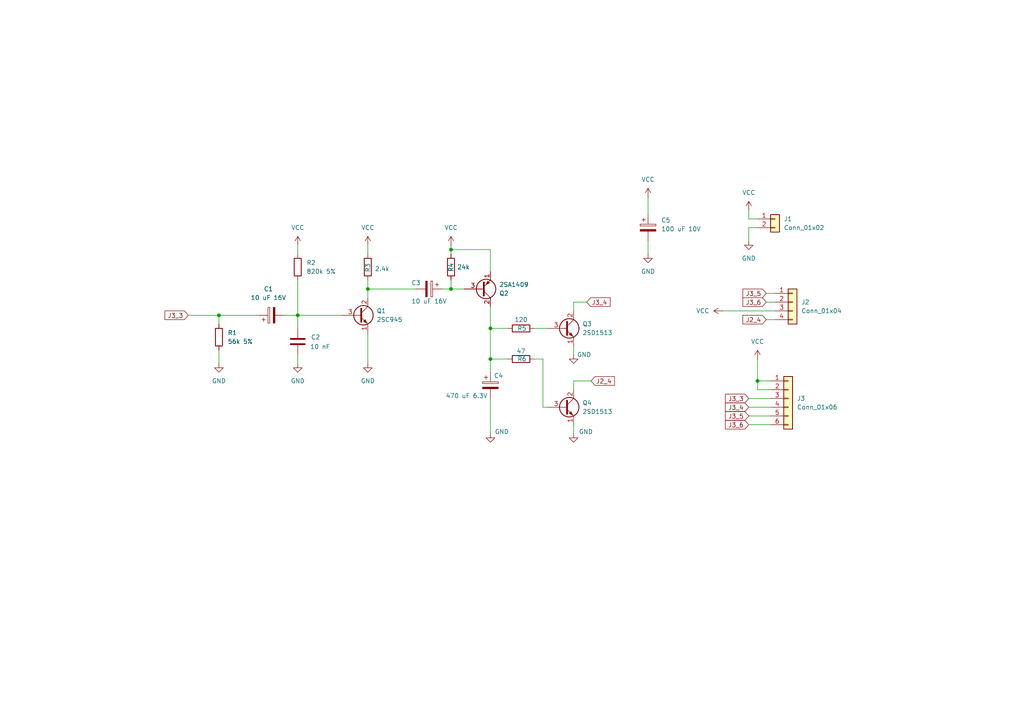
<source format=kicad_sch>
(kicad_sch
	(version 20231120)
	(generator "eeschema")
	(generator_version "8.0")
	(uuid "395e7788-7ae1-4578-b88a-becb8a2b31cb")
	(paper "A4")
	(title_block
		(title "Sega VideoDriver")
		(date "2025-08-23")
		(company "Software & Computer Museum")
	)
	(lib_symbols
		(symbol "Connector_Generic:Conn_01x02"
			(pin_names
				(offset 1.016) hide)
			(exclude_from_sim no)
			(in_bom yes)
			(on_board yes)
			(property "Reference" "J"
				(at 0 2.54 0)
				(effects
					(font
						(size 1.27 1.27)
					)
				)
			)
			(property "Value" "Conn_01x02"
				(at 0 -5.08 0)
				(effects
					(font
						(size 1.27 1.27)
					)
				)
			)
			(property "Footprint" ""
				(at 0 0 0)
				(effects
					(font
						(size 1.27 1.27)
					)
					(hide yes)
				)
			)
			(property "Datasheet" "~"
				(at 0 0 0)
				(effects
					(font
						(size 1.27 1.27)
					)
					(hide yes)
				)
			)
			(property "Description" "Generic connector, single row, 01x02, script generated (kicad-library-utils/schlib/autogen/connector/)"
				(at 0 0 0)
				(effects
					(font
						(size 1.27 1.27)
					)
					(hide yes)
				)
			)
			(property "ki_keywords" "connector"
				(at 0 0 0)
				(effects
					(font
						(size 1.27 1.27)
					)
					(hide yes)
				)
			)
			(property "ki_fp_filters" "Connector*:*_1x??_*"
				(at 0 0 0)
				(effects
					(font
						(size 1.27 1.27)
					)
					(hide yes)
				)
			)
			(symbol "Conn_01x02_1_1"
				(rectangle
					(start -1.27 -2.413)
					(end 0 -2.667)
					(stroke
						(width 0.1524)
						(type default)
					)
					(fill
						(type none)
					)
				)
				(rectangle
					(start -1.27 0.127)
					(end 0 -0.127)
					(stroke
						(width 0.1524)
						(type default)
					)
					(fill
						(type none)
					)
				)
				(rectangle
					(start -1.27 1.27)
					(end 1.27 -3.81)
					(stroke
						(width 0.254)
						(type default)
					)
					(fill
						(type background)
					)
				)
				(pin passive line
					(at -5.08 0 0)
					(length 3.81)
					(name "Pin_1"
						(effects
							(font
								(size 1.27 1.27)
							)
						)
					)
					(number "1"
						(effects
							(font
								(size 1.27 1.27)
							)
						)
					)
				)
				(pin passive line
					(at -5.08 -2.54 0)
					(length 3.81)
					(name "Pin_2"
						(effects
							(font
								(size 1.27 1.27)
							)
						)
					)
					(number "2"
						(effects
							(font
								(size 1.27 1.27)
							)
						)
					)
				)
			)
		)
		(symbol "Connector_Generic:Conn_01x04"
			(pin_names
				(offset 1.016) hide)
			(exclude_from_sim no)
			(in_bom yes)
			(on_board yes)
			(property "Reference" "J"
				(at 0 5.08 0)
				(effects
					(font
						(size 1.27 1.27)
					)
				)
			)
			(property "Value" "Conn_01x04"
				(at 0 -7.62 0)
				(effects
					(font
						(size 1.27 1.27)
					)
				)
			)
			(property "Footprint" ""
				(at 0 0 0)
				(effects
					(font
						(size 1.27 1.27)
					)
					(hide yes)
				)
			)
			(property "Datasheet" "~"
				(at 0 0 0)
				(effects
					(font
						(size 1.27 1.27)
					)
					(hide yes)
				)
			)
			(property "Description" "Generic connector, single row, 01x04, script generated (kicad-library-utils/schlib/autogen/connector/)"
				(at 0 0 0)
				(effects
					(font
						(size 1.27 1.27)
					)
					(hide yes)
				)
			)
			(property "ki_keywords" "connector"
				(at 0 0 0)
				(effects
					(font
						(size 1.27 1.27)
					)
					(hide yes)
				)
			)
			(property "ki_fp_filters" "Connector*:*_1x??_*"
				(at 0 0 0)
				(effects
					(font
						(size 1.27 1.27)
					)
					(hide yes)
				)
			)
			(symbol "Conn_01x04_1_1"
				(rectangle
					(start -1.27 -4.953)
					(end 0 -5.207)
					(stroke
						(width 0.1524)
						(type default)
					)
					(fill
						(type none)
					)
				)
				(rectangle
					(start -1.27 -2.413)
					(end 0 -2.667)
					(stroke
						(width 0.1524)
						(type default)
					)
					(fill
						(type none)
					)
				)
				(rectangle
					(start -1.27 0.127)
					(end 0 -0.127)
					(stroke
						(width 0.1524)
						(type default)
					)
					(fill
						(type none)
					)
				)
				(rectangle
					(start -1.27 2.667)
					(end 0 2.413)
					(stroke
						(width 0.1524)
						(type default)
					)
					(fill
						(type none)
					)
				)
				(rectangle
					(start -1.27 3.81)
					(end 1.27 -6.35)
					(stroke
						(width 0.254)
						(type default)
					)
					(fill
						(type background)
					)
				)
				(pin passive line
					(at -5.08 2.54 0)
					(length 3.81)
					(name "Pin_1"
						(effects
							(font
								(size 1.27 1.27)
							)
						)
					)
					(number "1"
						(effects
							(font
								(size 1.27 1.27)
							)
						)
					)
				)
				(pin passive line
					(at -5.08 0 0)
					(length 3.81)
					(name "Pin_2"
						(effects
							(font
								(size 1.27 1.27)
							)
						)
					)
					(number "2"
						(effects
							(font
								(size 1.27 1.27)
							)
						)
					)
				)
				(pin passive line
					(at -5.08 -2.54 0)
					(length 3.81)
					(name "Pin_3"
						(effects
							(font
								(size 1.27 1.27)
							)
						)
					)
					(number "3"
						(effects
							(font
								(size 1.27 1.27)
							)
						)
					)
				)
				(pin passive line
					(at -5.08 -5.08 0)
					(length 3.81)
					(name "Pin_4"
						(effects
							(font
								(size 1.27 1.27)
							)
						)
					)
					(number "4"
						(effects
							(font
								(size 1.27 1.27)
							)
						)
					)
				)
			)
		)
		(symbol "Connector_Generic:Conn_01x06"
			(pin_names
				(offset 1.016) hide)
			(exclude_from_sim no)
			(in_bom yes)
			(on_board yes)
			(property "Reference" "J"
				(at 0 7.62 0)
				(effects
					(font
						(size 1.27 1.27)
					)
				)
			)
			(property "Value" "Conn_01x06"
				(at 0 -10.16 0)
				(effects
					(font
						(size 1.27 1.27)
					)
				)
			)
			(property "Footprint" ""
				(at 0 0 0)
				(effects
					(font
						(size 1.27 1.27)
					)
					(hide yes)
				)
			)
			(property "Datasheet" "~"
				(at 0 0 0)
				(effects
					(font
						(size 1.27 1.27)
					)
					(hide yes)
				)
			)
			(property "Description" "Generic connector, single row, 01x06, script generated (kicad-library-utils/schlib/autogen/connector/)"
				(at 0 0 0)
				(effects
					(font
						(size 1.27 1.27)
					)
					(hide yes)
				)
			)
			(property "ki_keywords" "connector"
				(at 0 0 0)
				(effects
					(font
						(size 1.27 1.27)
					)
					(hide yes)
				)
			)
			(property "ki_fp_filters" "Connector*:*_1x??_*"
				(at 0 0 0)
				(effects
					(font
						(size 1.27 1.27)
					)
					(hide yes)
				)
			)
			(symbol "Conn_01x06_1_1"
				(rectangle
					(start -1.27 -7.493)
					(end 0 -7.747)
					(stroke
						(width 0.1524)
						(type default)
					)
					(fill
						(type none)
					)
				)
				(rectangle
					(start -1.27 -4.953)
					(end 0 -5.207)
					(stroke
						(width 0.1524)
						(type default)
					)
					(fill
						(type none)
					)
				)
				(rectangle
					(start -1.27 -2.413)
					(end 0 -2.667)
					(stroke
						(width 0.1524)
						(type default)
					)
					(fill
						(type none)
					)
				)
				(rectangle
					(start -1.27 0.127)
					(end 0 -0.127)
					(stroke
						(width 0.1524)
						(type default)
					)
					(fill
						(type none)
					)
				)
				(rectangle
					(start -1.27 2.667)
					(end 0 2.413)
					(stroke
						(width 0.1524)
						(type default)
					)
					(fill
						(type none)
					)
				)
				(rectangle
					(start -1.27 5.207)
					(end 0 4.953)
					(stroke
						(width 0.1524)
						(type default)
					)
					(fill
						(type none)
					)
				)
				(rectangle
					(start -1.27 6.35)
					(end 1.27 -8.89)
					(stroke
						(width 0.254)
						(type default)
					)
					(fill
						(type background)
					)
				)
				(pin passive line
					(at -5.08 5.08 0)
					(length 3.81)
					(name "Pin_1"
						(effects
							(font
								(size 1.27 1.27)
							)
						)
					)
					(number "1"
						(effects
							(font
								(size 1.27 1.27)
							)
						)
					)
				)
				(pin passive line
					(at -5.08 2.54 0)
					(length 3.81)
					(name "Pin_2"
						(effects
							(font
								(size 1.27 1.27)
							)
						)
					)
					(number "2"
						(effects
							(font
								(size 1.27 1.27)
							)
						)
					)
				)
				(pin passive line
					(at -5.08 0 0)
					(length 3.81)
					(name "Pin_3"
						(effects
							(font
								(size 1.27 1.27)
							)
						)
					)
					(number "3"
						(effects
							(font
								(size 1.27 1.27)
							)
						)
					)
				)
				(pin passive line
					(at -5.08 -2.54 0)
					(length 3.81)
					(name "Pin_4"
						(effects
							(font
								(size 1.27 1.27)
							)
						)
					)
					(number "4"
						(effects
							(font
								(size 1.27 1.27)
							)
						)
					)
				)
				(pin passive line
					(at -5.08 -5.08 0)
					(length 3.81)
					(name "Pin_5"
						(effects
							(font
								(size 1.27 1.27)
							)
						)
					)
					(number "5"
						(effects
							(font
								(size 1.27 1.27)
							)
						)
					)
				)
				(pin passive line
					(at -5.08 -7.62 0)
					(length 3.81)
					(name "Pin_6"
						(effects
							(font
								(size 1.27 1.27)
							)
						)
					)
					(number "6"
						(effects
							(font
								(size 1.27 1.27)
							)
						)
					)
				)
			)
		)
		(symbol "Device:C"
			(pin_numbers hide)
			(pin_names
				(offset 0.254)
			)
			(exclude_from_sim no)
			(in_bom yes)
			(on_board yes)
			(property "Reference" "C"
				(at 0.635 2.54 0)
				(effects
					(font
						(size 1.27 1.27)
					)
					(justify left)
				)
			)
			(property "Value" "C"
				(at 0.635 -2.54 0)
				(effects
					(font
						(size 1.27 1.27)
					)
					(justify left)
				)
			)
			(property "Footprint" ""
				(at 0.9652 -3.81 0)
				(effects
					(font
						(size 1.27 1.27)
					)
					(hide yes)
				)
			)
			(property "Datasheet" "~"
				(at 0 0 0)
				(effects
					(font
						(size 1.27 1.27)
					)
					(hide yes)
				)
			)
			(property "Description" "Unpolarized capacitor"
				(at 0 0 0)
				(effects
					(font
						(size 1.27 1.27)
					)
					(hide yes)
				)
			)
			(property "ki_keywords" "cap capacitor"
				(at 0 0 0)
				(effects
					(font
						(size 1.27 1.27)
					)
					(hide yes)
				)
			)
			(property "ki_fp_filters" "C_*"
				(at 0 0 0)
				(effects
					(font
						(size 1.27 1.27)
					)
					(hide yes)
				)
			)
			(symbol "C_0_1"
				(polyline
					(pts
						(xy -2.032 -0.762) (xy 2.032 -0.762)
					)
					(stroke
						(width 0.508)
						(type default)
					)
					(fill
						(type none)
					)
				)
				(polyline
					(pts
						(xy -2.032 0.762) (xy 2.032 0.762)
					)
					(stroke
						(width 0.508)
						(type default)
					)
					(fill
						(type none)
					)
				)
			)
			(symbol "C_1_1"
				(pin passive line
					(at 0 3.81 270)
					(length 2.794)
					(name "~"
						(effects
							(font
								(size 1.27 1.27)
							)
						)
					)
					(number "1"
						(effects
							(font
								(size 1.27 1.27)
							)
						)
					)
				)
				(pin passive line
					(at 0 -3.81 90)
					(length 2.794)
					(name "~"
						(effects
							(font
								(size 1.27 1.27)
							)
						)
					)
					(number "2"
						(effects
							(font
								(size 1.27 1.27)
							)
						)
					)
				)
			)
		)
		(symbol "Device:C_Polarized"
			(pin_numbers hide)
			(pin_names
				(offset 0.254)
			)
			(exclude_from_sim no)
			(in_bom yes)
			(on_board yes)
			(property "Reference" "C"
				(at 0.635 2.54 0)
				(effects
					(font
						(size 1.27 1.27)
					)
					(justify left)
				)
			)
			(property "Value" "C_Polarized"
				(at 0.635 -2.54 0)
				(effects
					(font
						(size 1.27 1.27)
					)
					(justify left)
				)
			)
			(property "Footprint" ""
				(at 0.9652 -3.81 0)
				(effects
					(font
						(size 1.27 1.27)
					)
					(hide yes)
				)
			)
			(property "Datasheet" "~"
				(at 0 0 0)
				(effects
					(font
						(size 1.27 1.27)
					)
					(hide yes)
				)
			)
			(property "Description" "Polarized capacitor"
				(at 0 0 0)
				(effects
					(font
						(size 1.27 1.27)
					)
					(hide yes)
				)
			)
			(property "ki_keywords" "cap capacitor"
				(at 0 0 0)
				(effects
					(font
						(size 1.27 1.27)
					)
					(hide yes)
				)
			)
			(property "ki_fp_filters" "CP_*"
				(at 0 0 0)
				(effects
					(font
						(size 1.27 1.27)
					)
					(hide yes)
				)
			)
			(symbol "C_Polarized_0_1"
				(rectangle
					(start -2.286 0.508)
					(end 2.286 1.016)
					(stroke
						(width 0)
						(type default)
					)
					(fill
						(type none)
					)
				)
				(polyline
					(pts
						(xy -1.778 2.286) (xy -0.762 2.286)
					)
					(stroke
						(width 0)
						(type default)
					)
					(fill
						(type none)
					)
				)
				(polyline
					(pts
						(xy -1.27 2.794) (xy -1.27 1.778)
					)
					(stroke
						(width 0)
						(type default)
					)
					(fill
						(type none)
					)
				)
				(rectangle
					(start 2.286 -0.508)
					(end -2.286 -1.016)
					(stroke
						(width 0)
						(type default)
					)
					(fill
						(type outline)
					)
				)
			)
			(symbol "C_Polarized_1_1"
				(pin passive line
					(at 0 3.81 270)
					(length 2.794)
					(name "~"
						(effects
							(font
								(size 1.27 1.27)
							)
						)
					)
					(number "1"
						(effects
							(font
								(size 1.27 1.27)
							)
						)
					)
				)
				(pin passive line
					(at 0 -3.81 90)
					(length 2.794)
					(name "~"
						(effects
							(font
								(size 1.27 1.27)
							)
						)
					)
					(number "2"
						(effects
							(font
								(size 1.27 1.27)
							)
						)
					)
				)
			)
		)
		(symbol "Device:R"
			(pin_numbers hide)
			(pin_names
				(offset 0)
			)
			(exclude_from_sim no)
			(in_bom yes)
			(on_board yes)
			(property "Reference" "R"
				(at 2.032 0 90)
				(effects
					(font
						(size 1.27 1.27)
					)
				)
			)
			(property "Value" "R"
				(at 0 0 90)
				(effects
					(font
						(size 1.27 1.27)
					)
				)
			)
			(property "Footprint" ""
				(at -1.778 0 90)
				(effects
					(font
						(size 1.27 1.27)
					)
					(hide yes)
				)
			)
			(property "Datasheet" "~"
				(at 0 0 0)
				(effects
					(font
						(size 1.27 1.27)
					)
					(hide yes)
				)
			)
			(property "Description" "Resistor"
				(at 0 0 0)
				(effects
					(font
						(size 1.27 1.27)
					)
					(hide yes)
				)
			)
			(property "ki_keywords" "R res resistor"
				(at 0 0 0)
				(effects
					(font
						(size 1.27 1.27)
					)
					(hide yes)
				)
			)
			(property "ki_fp_filters" "R_*"
				(at 0 0 0)
				(effects
					(font
						(size 1.27 1.27)
					)
					(hide yes)
				)
			)
			(symbol "R_0_1"
				(rectangle
					(start -1.016 -2.54)
					(end 1.016 2.54)
					(stroke
						(width 0.254)
						(type default)
					)
					(fill
						(type none)
					)
				)
			)
			(symbol "R_1_1"
				(pin passive line
					(at 0 3.81 270)
					(length 1.27)
					(name "~"
						(effects
							(font
								(size 1.27 1.27)
							)
						)
					)
					(number "1"
						(effects
							(font
								(size 1.27 1.27)
							)
						)
					)
				)
				(pin passive line
					(at 0 -3.81 90)
					(length 1.27)
					(name "~"
						(effects
							(font
								(size 1.27 1.27)
							)
						)
					)
					(number "2"
						(effects
							(font
								(size 1.27 1.27)
							)
						)
					)
				)
			)
		)
		(symbol "Transistor_BJT:2SA1015"
			(pin_names
				(offset 0) hide)
			(exclude_from_sim no)
			(in_bom yes)
			(on_board yes)
			(property "Reference" "Q"
				(at 5.08 1.905 0)
				(effects
					(font
						(size 1.27 1.27)
					)
					(justify left)
				)
			)
			(property "Value" "2SA1015"
				(at 5.08 0 0)
				(effects
					(font
						(size 1.27 1.27)
					)
					(justify left)
				)
			)
			(property "Footprint" "Package_TO_SOT_THT:TO-92_Inline"
				(at 5.08 -1.905 0)
				(effects
					(font
						(size 1.27 1.27)
						(italic yes)
					)
					(justify left)
					(hide yes)
				)
			)
			(property "Datasheet" "http://www.datasheetcatalog.org/datasheet/toshiba/905.pdf"
				(at 0 0 0)
				(effects
					(font
						(size 1.27 1.27)
					)
					(justify left)
					(hide yes)
				)
			)
			(property "Description" "-0.15A Ic, -50V Vce, Low Noise Audio PNP Transistor, TO-92"
				(at 0 0 0)
				(effects
					(font
						(size 1.27 1.27)
					)
					(hide yes)
				)
			)
			(property "ki_keywords" "Low Noise Audio PNP Transistor"
				(at 0 0 0)
				(effects
					(font
						(size 1.27 1.27)
					)
					(hide yes)
				)
			)
			(property "ki_fp_filters" "TO?92*"
				(at 0 0 0)
				(effects
					(font
						(size 1.27 1.27)
					)
					(hide yes)
				)
			)
			(symbol "2SA1015_0_1"
				(polyline
					(pts
						(xy 0 0) (xy 0.635 0)
					)
					(stroke
						(width 0)
						(type default)
					)
					(fill
						(type none)
					)
				)
				(polyline
					(pts
						(xy 2.54 -2.54) (xy 0.635 -0.635)
					)
					(stroke
						(width 0)
						(type default)
					)
					(fill
						(type none)
					)
				)
				(polyline
					(pts
						(xy 2.54 2.54) (xy 0.635 0.635)
					)
					(stroke
						(width 0)
						(type default)
					)
					(fill
						(type none)
					)
				)
				(polyline
					(pts
						(xy 0.635 1.905) (xy 0.635 -1.905) (xy 0.635 -1.905)
					)
					(stroke
						(width 0.508)
						(type default)
					)
					(fill
						(type outline)
					)
				)
				(polyline
					(pts
						(xy 1.778 -2.286) (xy 2.286 -1.778) (xy 1.27 -1.27) (xy 1.778 -2.286) (xy 1.778 -2.286)
					)
					(stroke
						(width 0)
						(type default)
					)
					(fill
						(type outline)
					)
				)
				(circle
					(center 1.27 0)
					(radius 2.8194)
					(stroke
						(width 0.254)
						(type default)
					)
					(fill
						(type none)
					)
				)
			)
			(symbol "2SA1015_1_1"
				(pin passive line
					(at 2.54 -5.08 90)
					(length 2.54)
					(name "E"
						(effects
							(font
								(size 1.27 1.27)
							)
						)
					)
					(number "1"
						(effects
							(font
								(size 1.27 1.27)
							)
						)
					)
				)
				(pin passive line
					(at 2.54 5.08 270)
					(length 2.54)
					(name "C"
						(effects
							(font
								(size 1.27 1.27)
							)
						)
					)
					(number "2"
						(effects
							(font
								(size 1.27 1.27)
							)
						)
					)
				)
				(pin input line
					(at -5.08 0 0)
					(length 5.08)
					(name "B"
						(effects
							(font
								(size 1.27 1.27)
							)
						)
					)
					(number "3"
						(effects
							(font
								(size 1.27 1.27)
							)
						)
					)
				)
			)
		)
		(symbol "Transistor_BJT:2SC1815"
			(pin_names
				(offset 0) hide)
			(exclude_from_sim no)
			(in_bom yes)
			(on_board yes)
			(property "Reference" "Q"
				(at 5.08 1.905 0)
				(effects
					(font
						(size 1.27 1.27)
					)
					(justify left)
				)
			)
			(property "Value" "2SC1815"
				(at 5.08 0 0)
				(effects
					(font
						(size 1.27 1.27)
					)
					(justify left)
				)
			)
			(property "Footprint" "Package_TO_SOT_THT:TO-92_Inline"
				(at 5.08 -1.905 0)
				(effects
					(font
						(size 1.27 1.27)
						(italic yes)
					)
					(justify left)
					(hide yes)
				)
			)
			(property "Datasheet" "https://media.digikey.com/pdf/Data%20Sheets/Toshiba%20PDFs/2SC1815.pdf"
				(at 0 0 0)
				(effects
					(font
						(size 1.27 1.27)
					)
					(justify left)
					(hide yes)
				)
			)
			(property "Description" "0.15A Ic, 50V Vce, Low Noise Audio NPN Transistor, TO-92"
				(at 0 0 0)
				(effects
					(font
						(size 1.27 1.27)
					)
					(hide yes)
				)
			)
			(property "ki_keywords" "Low Noise Audio NPN Transistor"
				(at 0 0 0)
				(effects
					(font
						(size 1.27 1.27)
					)
					(hide yes)
				)
			)
			(property "ki_fp_filters" "TO?92*"
				(at 0 0 0)
				(effects
					(font
						(size 1.27 1.27)
					)
					(hide yes)
				)
			)
			(symbol "2SC1815_0_1"
				(polyline
					(pts
						(xy 0 0) (xy 0.508 0)
					)
					(stroke
						(width 0)
						(type default)
					)
					(fill
						(type none)
					)
				)
				(polyline
					(pts
						(xy 0.635 0.635) (xy 2.54 2.54)
					)
					(stroke
						(width 0)
						(type default)
					)
					(fill
						(type none)
					)
				)
				(polyline
					(pts
						(xy 0.635 -0.635) (xy 2.54 -2.54) (xy 2.54 -2.54)
					)
					(stroke
						(width 0)
						(type default)
					)
					(fill
						(type none)
					)
				)
				(polyline
					(pts
						(xy 0.635 1.905) (xy 0.635 -1.905) (xy 0.635 -1.905)
					)
					(stroke
						(width 0.508)
						(type default)
					)
					(fill
						(type none)
					)
				)
				(polyline
					(pts
						(xy 1.27 -1.778) (xy 1.778 -1.27) (xy 2.286 -2.286) (xy 1.27 -1.778) (xy 1.27 -1.778)
					)
					(stroke
						(width 0)
						(type default)
					)
					(fill
						(type outline)
					)
				)
				(circle
					(center 1.27 0)
					(radius 2.8194)
					(stroke
						(width 0.254)
						(type default)
					)
					(fill
						(type none)
					)
				)
			)
			(symbol "2SC1815_1_1"
				(pin passive line
					(at 2.54 -5.08 90)
					(length 2.54)
					(name "E"
						(effects
							(font
								(size 1.27 1.27)
							)
						)
					)
					(number "1"
						(effects
							(font
								(size 1.27 1.27)
							)
						)
					)
				)
				(pin passive line
					(at 2.54 5.08 270)
					(length 2.54)
					(name "C"
						(effects
							(font
								(size 1.27 1.27)
							)
						)
					)
					(number "2"
						(effects
							(font
								(size 1.27 1.27)
							)
						)
					)
				)
				(pin input line
					(at -5.08 0 0)
					(length 5.08)
					(name "B"
						(effects
							(font
								(size 1.27 1.27)
							)
						)
					)
					(number "3"
						(effects
							(font
								(size 1.27 1.27)
							)
						)
					)
				)
			)
		)
		(symbol "power:GND"
			(power)
			(pin_numbers hide)
			(pin_names
				(offset 0) hide)
			(exclude_from_sim no)
			(in_bom yes)
			(on_board yes)
			(property "Reference" "#PWR"
				(at 0 -6.35 0)
				(effects
					(font
						(size 1.27 1.27)
					)
					(hide yes)
				)
			)
			(property "Value" "GND"
				(at 0 -3.81 0)
				(effects
					(font
						(size 1.27 1.27)
					)
				)
			)
			(property "Footprint" ""
				(at 0 0 0)
				(effects
					(font
						(size 1.27 1.27)
					)
					(hide yes)
				)
			)
			(property "Datasheet" ""
				(at 0 0 0)
				(effects
					(font
						(size 1.27 1.27)
					)
					(hide yes)
				)
			)
			(property "Description" "Power symbol creates a global label with name \"GND\" , ground"
				(at 0 0 0)
				(effects
					(font
						(size 1.27 1.27)
					)
					(hide yes)
				)
			)
			(property "ki_keywords" "global power"
				(at 0 0 0)
				(effects
					(font
						(size 1.27 1.27)
					)
					(hide yes)
				)
			)
			(symbol "GND_0_1"
				(polyline
					(pts
						(xy 0 0) (xy 0 -1.27) (xy 1.27 -1.27) (xy 0 -2.54) (xy -1.27 -1.27) (xy 0 -1.27)
					)
					(stroke
						(width 0)
						(type default)
					)
					(fill
						(type none)
					)
				)
			)
			(symbol "GND_1_1"
				(pin power_in line
					(at 0 0 270)
					(length 0)
					(name "~"
						(effects
							(font
								(size 1.27 1.27)
							)
						)
					)
					(number "1"
						(effects
							(font
								(size 1.27 1.27)
							)
						)
					)
				)
			)
		)
		(symbol "power:VCC"
			(power)
			(pin_numbers hide)
			(pin_names
				(offset 0) hide)
			(exclude_from_sim no)
			(in_bom yes)
			(on_board yes)
			(property "Reference" "#PWR"
				(at 0 -3.81 0)
				(effects
					(font
						(size 1.27 1.27)
					)
					(hide yes)
				)
			)
			(property "Value" "VCC"
				(at 0 3.556 0)
				(effects
					(font
						(size 1.27 1.27)
					)
				)
			)
			(property "Footprint" ""
				(at 0 0 0)
				(effects
					(font
						(size 1.27 1.27)
					)
					(hide yes)
				)
			)
			(property "Datasheet" ""
				(at 0 0 0)
				(effects
					(font
						(size 1.27 1.27)
					)
					(hide yes)
				)
			)
			(property "Description" "Power symbol creates a global label with name \"VCC\""
				(at 0 0 0)
				(effects
					(font
						(size 1.27 1.27)
					)
					(hide yes)
				)
			)
			(property "ki_keywords" "global power"
				(at 0 0 0)
				(effects
					(font
						(size 1.27 1.27)
					)
					(hide yes)
				)
			)
			(symbol "VCC_0_1"
				(polyline
					(pts
						(xy -0.762 1.27) (xy 0 2.54)
					)
					(stroke
						(width 0)
						(type default)
					)
					(fill
						(type none)
					)
				)
				(polyline
					(pts
						(xy 0 0) (xy 0 2.54)
					)
					(stroke
						(width 0)
						(type default)
					)
					(fill
						(type none)
					)
				)
				(polyline
					(pts
						(xy 0 2.54) (xy 0.762 1.27)
					)
					(stroke
						(width 0)
						(type default)
					)
					(fill
						(type none)
					)
				)
			)
			(symbol "VCC_1_1"
				(pin power_in line
					(at 0 0 90)
					(length 0)
					(name "~"
						(effects
							(font
								(size 1.27 1.27)
							)
						)
					)
					(number "1"
						(effects
							(font
								(size 1.27 1.27)
							)
						)
					)
				)
			)
		)
	)
	(junction
		(at 106.68 83.82)
		(diameter 0)
		(color 0 0 0 0)
		(uuid "06404124-3e4d-4fc5-9ef3-3f41ba6a5f24")
	)
	(junction
		(at 130.81 83.82)
		(diameter 0)
		(color 0 0 0 0)
		(uuid "2ff52297-248e-4947-8245-1266754c9e46")
	)
	(junction
		(at 63.5 91.44)
		(diameter 0)
		(color 0 0 0 0)
		(uuid "3b0dbea0-c947-451b-8458-f48bfc20a681")
	)
	(junction
		(at 142.24 104.14)
		(diameter 0)
		(color 0 0 0 0)
		(uuid "769c1965-aa1d-418c-82ed-92f96468242e")
	)
	(junction
		(at 142.24 95.25)
		(diameter 0)
		(color 0 0 0 0)
		(uuid "7ff7eda3-cc5e-4c35-a76c-e8dd76f007d4")
	)
	(junction
		(at 86.36 91.44)
		(diameter 0)
		(color 0 0 0 0)
		(uuid "8898efbb-e21d-43da-95cb-25eff57a7b8a")
	)
	(junction
		(at 130.81 72.39)
		(diameter 0)
		(color 0 0 0 0)
		(uuid "8d215624-426f-4718-a2be-73d00bec3e64")
	)
	(junction
		(at 219.71 110.49)
		(diameter 0)
		(color 0 0 0 0)
		(uuid "e9817748-8cb4-4a0c-9173-f92906af4ae3")
	)
	(wire
		(pts
			(xy 217.17 66.04) (xy 217.17 69.85)
		)
		(stroke
			(width 0)
			(type default)
		)
		(uuid "03ab6327-52a9-4536-8df1-2ff43529b68c")
	)
	(wire
		(pts
			(xy 223.52 113.03) (xy 219.71 113.03)
		)
		(stroke
			(width 0)
			(type default)
		)
		(uuid "04945cd8-4f82-41da-bccb-0ceddf616c21")
	)
	(wire
		(pts
			(xy 171.45 110.49) (xy 166.37 110.49)
		)
		(stroke
			(width 0)
			(type default)
		)
		(uuid "049db6c8-bd09-4d7c-a713-058fbf16d888")
	)
	(wire
		(pts
			(xy 187.96 69.85) (xy 187.96 73.66)
		)
		(stroke
			(width 0)
			(type default)
		)
		(uuid "078da087-8238-4cc9-a33a-92cb8afc44da")
	)
	(wire
		(pts
			(xy 142.24 78.74) (xy 142.24 72.39)
		)
		(stroke
			(width 0)
			(type default)
		)
		(uuid "09d0781e-9d58-49be-a279-350309b7d014")
	)
	(wire
		(pts
			(xy 157.48 104.14) (xy 157.48 118.11)
		)
		(stroke
			(width 0)
			(type default)
		)
		(uuid "0a1f3f76-5eb2-4b39-af15-6745a9735332")
	)
	(wire
		(pts
			(xy 219.71 113.03) (xy 219.71 110.49)
		)
		(stroke
			(width 0)
			(type default)
		)
		(uuid "0d7b0f8b-328a-4c61-9b0b-3710dc497d0a")
	)
	(wire
		(pts
			(xy 86.36 102.87) (xy 86.36 105.41)
		)
		(stroke
			(width 0)
			(type default)
		)
		(uuid "0e91868b-b5a5-4468-9612-7deddbb2c6bc")
	)
	(wire
		(pts
			(xy 130.81 81.28) (xy 130.81 83.82)
		)
		(stroke
			(width 0)
			(type default)
		)
		(uuid "0efb5867-5557-4a52-a6ca-3e1ddf5f5584")
	)
	(wire
		(pts
			(xy 86.36 91.44) (xy 86.36 95.25)
		)
		(stroke
			(width 0)
			(type default)
		)
		(uuid "0f265d9c-117c-4ffc-ba3f-186f2d3729ed")
	)
	(wire
		(pts
			(xy 63.5 101.6) (xy 63.5 105.41)
		)
		(stroke
			(width 0)
			(type default)
		)
		(uuid "17c17ed8-ee9f-4129-9d86-2fdf4948c722")
	)
	(wire
		(pts
			(xy 63.5 91.44) (xy 74.93 91.44)
		)
		(stroke
			(width 0)
			(type default)
		)
		(uuid "1c0a19bd-c8a0-43a2-b189-f123d5e2f977")
	)
	(wire
		(pts
			(xy 219.71 63.5) (xy 217.17 63.5)
		)
		(stroke
			(width 0)
			(type default)
		)
		(uuid "20029bd3-03dc-4ef7-bd93-004d7bd71b38")
	)
	(wire
		(pts
			(xy 170.18 87.63) (xy 166.37 87.63)
		)
		(stroke
			(width 0)
			(type default)
		)
		(uuid "23b4b59a-db9b-4b54-bd9e-ece808b44427")
	)
	(wire
		(pts
			(xy 222.25 92.71) (xy 224.79 92.71)
		)
		(stroke
			(width 0)
			(type default)
		)
		(uuid "26f93c02-5f6f-485c-928e-82bb73770c0f")
	)
	(wire
		(pts
			(xy 219.71 110.49) (xy 219.71 104.14)
		)
		(stroke
			(width 0)
			(type default)
		)
		(uuid "27681b43-23ac-49c1-bcce-be5fadd48be8")
	)
	(wire
		(pts
			(xy 142.24 95.25) (xy 147.32 95.25)
		)
		(stroke
			(width 0)
			(type default)
		)
		(uuid "28ec72c3-edfb-4dcc-bc60-c0cf9ea0da43")
	)
	(wire
		(pts
			(xy 217.17 115.57) (xy 223.52 115.57)
		)
		(stroke
			(width 0)
			(type default)
		)
		(uuid "2bc24aa9-819c-49b6-9483-82822f0277a6")
	)
	(wire
		(pts
			(xy 217.17 63.5) (xy 217.17 60.96)
		)
		(stroke
			(width 0)
			(type default)
		)
		(uuid "2c655727-ef7e-42dd-94db-f8b5c48c3d5f")
	)
	(wire
		(pts
			(xy 166.37 110.49) (xy 166.37 113.03)
		)
		(stroke
			(width 0)
			(type default)
		)
		(uuid "2e3ced67-17bc-4bee-8f33-1a0e5683fb55")
	)
	(wire
		(pts
			(xy 142.24 95.25) (xy 142.24 104.14)
		)
		(stroke
			(width 0)
			(type default)
		)
		(uuid "30b60994-fd0d-45a3-b896-56c0a8221464")
	)
	(wire
		(pts
			(xy 86.36 71.12) (xy 86.36 73.66)
		)
		(stroke
			(width 0)
			(type default)
		)
		(uuid "34342edc-6f8e-458b-9b59-e795da03fecc")
	)
	(wire
		(pts
			(xy 209.55 90.17) (xy 224.79 90.17)
		)
		(stroke
			(width 0)
			(type default)
		)
		(uuid "3651aec5-fe9e-4107-9952-f8b3b2233eb8")
	)
	(wire
		(pts
			(xy 157.48 118.11) (xy 158.75 118.11)
		)
		(stroke
			(width 0)
			(type default)
		)
		(uuid "41df196a-d762-4d1d-b1d8-cc25eeaf4721")
	)
	(wire
		(pts
			(xy 130.81 83.82) (xy 134.62 83.82)
		)
		(stroke
			(width 0)
			(type default)
		)
		(uuid "4763b11b-40a4-40e6-b383-b84643dce235")
	)
	(wire
		(pts
			(xy 166.37 125.73) (xy 166.37 123.19)
		)
		(stroke
			(width 0)
			(type default)
		)
		(uuid "48594fb1-bb72-429c-a996-9d2a7f57da1c")
	)
	(wire
		(pts
			(xy 106.68 71.12) (xy 106.68 73.66)
		)
		(stroke
			(width 0)
			(type default)
		)
		(uuid "52cbaf0f-8249-4a11-ba83-064687ed6795")
	)
	(wire
		(pts
			(xy 106.68 83.82) (xy 120.65 83.82)
		)
		(stroke
			(width 0)
			(type default)
		)
		(uuid "566f2cea-6038-4dcd-94b8-4f7e280cc688")
	)
	(wire
		(pts
			(xy 222.25 87.63) (xy 224.79 87.63)
		)
		(stroke
			(width 0)
			(type default)
		)
		(uuid "56f8b99d-9259-40bc-94a1-94a96bb2c6f6")
	)
	(wire
		(pts
			(xy 106.68 83.82) (xy 106.68 86.36)
		)
		(stroke
			(width 0)
			(type default)
		)
		(uuid "5fceaca7-785d-4192-9bbf-26df0d1158c8")
	)
	(wire
		(pts
			(xy 142.24 104.14) (xy 142.24 107.95)
		)
		(stroke
			(width 0)
			(type default)
		)
		(uuid "5fd18945-4a84-4530-ba93-d60316996334")
	)
	(wire
		(pts
			(xy 106.68 81.28) (xy 106.68 83.82)
		)
		(stroke
			(width 0)
			(type default)
		)
		(uuid "66a5dc90-b773-4bea-902c-0116e4fbc4b0")
	)
	(wire
		(pts
			(xy 219.71 110.49) (xy 223.52 110.49)
		)
		(stroke
			(width 0)
			(type default)
		)
		(uuid "6782ee9e-f3c4-4180-a0ba-db94fc8328e5")
	)
	(wire
		(pts
			(xy 142.24 72.39) (xy 130.81 72.39)
		)
		(stroke
			(width 0)
			(type default)
		)
		(uuid "6b96b456-e84b-4a54-958b-52f24bc6e37d")
	)
	(wire
		(pts
			(xy 166.37 100.33) (xy 166.37 102.87)
		)
		(stroke
			(width 0)
			(type default)
		)
		(uuid "6dd0c73d-66d0-45d5-a598-fcba9e137b12")
	)
	(wire
		(pts
			(xy 154.94 95.25) (xy 158.75 95.25)
		)
		(stroke
			(width 0)
			(type default)
		)
		(uuid "73b64583-e4bc-44e9-90d1-c0b9a39f4722")
	)
	(wire
		(pts
			(xy 217.17 120.65) (xy 223.52 120.65)
		)
		(stroke
			(width 0)
			(type default)
		)
		(uuid "7b09489b-133c-4e3e-ac74-7d0e98430562")
	)
	(wire
		(pts
			(xy 82.55 91.44) (xy 86.36 91.44)
		)
		(stroke
			(width 0)
			(type default)
		)
		(uuid "866ce13e-b7bb-4170-82f1-8ad2dbdccea1")
	)
	(wire
		(pts
			(xy 142.24 88.9) (xy 142.24 95.25)
		)
		(stroke
			(width 0)
			(type default)
		)
		(uuid "894bda93-bd7e-4bdc-b8fb-32136bf16cd3")
	)
	(wire
		(pts
			(xy 130.81 72.39) (xy 130.81 73.66)
		)
		(stroke
			(width 0)
			(type default)
		)
		(uuid "9de06860-2dd3-4fb1-9abf-23ca6daaa223")
	)
	(wire
		(pts
			(xy 142.24 115.57) (xy 142.24 125.73)
		)
		(stroke
			(width 0)
			(type default)
		)
		(uuid "a693bc9c-4704-4fdc-9a89-150f3323b7da")
	)
	(wire
		(pts
			(xy 154.94 104.14) (xy 157.48 104.14)
		)
		(stroke
			(width 0)
			(type default)
		)
		(uuid "ae2d5183-b963-49c5-a973-f5d5ce91716b")
	)
	(wire
		(pts
			(xy 219.71 66.04) (xy 217.17 66.04)
		)
		(stroke
			(width 0)
			(type default)
		)
		(uuid "b7a15ecb-0870-4e8e-b3bd-f492a7b86402")
	)
	(wire
		(pts
			(xy 54.61 91.44) (xy 63.5 91.44)
		)
		(stroke
			(width 0)
			(type default)
		)
		(uuid "bffebe75-7ecd-48c7-bc4a-fd05087fbca1")
	)
	(wire
		(pts
			(xy 217.17 123.19) (xy 223.52 123.19)
		)
		(stroke
			(width 0)
			(type default)
		)
		(uuid "c125aaad-4c85-46a7-a0c9-89ac01ccc0f1")
	)
	(wire
		(pts
			(xy 222.25 85.09) (xy 224.79 85.09)
		)
		(stroke
			(width 0)
			(type default)
		)
		(uuid "c1cf6be1-1591-456c-94a1-16f3fbeb1b04")
	)
	(wire
		(pts
			(xy 63.5 91.44) (xy 63.5 93.98)
		)
		(stroke
			(width 0)
			(type default)
		)
		(uuid "c56333b0-977f-426f-8c22-216e55e20b58")
	)
	(wire
		(pts
			(xy 86.36 81.28) (xy 86.36 91.44)
		)
		(stroke
			(width 0)
			(type default)
		)
		(uuid "c58dae60-3005-4cd4-a51e-dea0572fcf80")
	)
	(wire
		(pts
			(xy 86.36 91.44) (xy 99.06 91.44)
		)
		(stroke
			(width 0)
			(type default)
		)
		(uuid "cc06b952-bf41-486e-b534-dcd24008b80f")
	)
	(wire
		(pts
			(xy 130.81 71.12) (xy 130.81 72.39)
		)
		(stroke
			(width 0)
			(type default)
		)
		(uuid "cd0a9750-c843-40ef-be14-9ebd73e97d9b")
	)
	(wire
		(pts
			(xy 166.37 87.63) (xy 166.37 90.17)
		)
		(stroke
			(width 0)
			(type default)
		)
		(uuid "e71cacf6-e5e4-4743-84bc-442bad9ea52a")
	)
	(wire
		(pts
			(xy 142.24 104.14) (xy 147.32 104.14)
		)
		(stroke
			(width 0)
			(type default)
		)
		(uuid "ec313b12-779a-4abc-9d1e-1b213af33f45")
	)
	(wire
		(pts
			(xy 106.68 96.52) (xy 106.68 105.41)
		)
		(stroke
			(width 0)
			(type default)
		)
		(uuid "ec56c8a3-8693-4eb2-aeb0-2a6f20a64d0a")
	)
	(wire
		(pts
			(xy 128.27 83.82) (xy 130.81 83.82)
		)
		(stroke
			(width 0)
			(type default)
		)
		(uuid "f2254e02-7100-4c8d-b1c2-b4c182f109e1")
	)
	(wire
		(pts
			(xy 187.96 57.15) (xy 187.96 62.23)
		)
		(stroke
			(width 0)
			(type default)
		)
		(uuid "f3741505-2da9-4fd9-9ed9-c2af8bb97f49")
	)
	(wire
		(pts
			(xy 217.17 118.11) (xy 223.52 118.11)
		)
		(stroke
			(width 0)
			(type default)
		)
		(uuid "fffee4fd-ff30-4aa3-835d-bab00ee93792")
	)
	(global_label "J2_4"
		(shape input)
		(at 171.45 110.49 0)
		(fields_autoplaced yes)
		(effects
			(font
				(size 1.27 1.27)
			)
			(justify left)
		)
		(uuid "28262b98-2552-408e-a199-8e3ba21dd4b0")
		(property "Intersheetrefs" "${INTERSHEET_REFS}"
			(at 178.7894 110.49 0)
			(effects
				(font
					(size 1.27 1.27)
				)
				(justify left)
				(hide yes)
			)
		)
	)
	(global_label "J3_5"
		(shape input)
		(at 222.25 85.09 180)
		(fields_autoplaced yes)
		(effects
			(font
				(size 1.27 1.27)
			)
			(justify right)
		)
		(uuid "347125eb-627a-4e41-b18a-e7b45c6a8478")
		(property "Intersheetrefs" "${INTERSHEET_REFS}"
			(at 214.9106 85.09 0)
			(effects
				(font
					(size 1.27 1.27)
				)
				(justify right)
				(hide yes)
			)
		)
	)
	(global_label "J3_6"
		(shape input)
		(at 217.17 123.19 180)
		(fields_autoplaced yes)
		(effects
			(font
				(size 1.27 1.27)
			)
			(justify right)
		)
		(uuid "50e28c8e-ddc4-4d28-bad9-ce00a0674764")
		(property "Intersheetrefs" "${INTERSHEET_REFS}"
			(at 209.8306 123.19 0)
			(effects
				(font
					(size 1.27 1.27)
				)
				(justify right)
				(hide yes)
			)
		)
	)
	(global_label "J3_4"
		(shape input)
		(at 170.18 87.63 0)
		(fields_autoplaced yes)
		(effects
			(font
				(size 1.27 1.27)
			)
			(justify left)
		)
		(uuid "7214d84b-0e43-41e8-9a66-924ccb94acab")
		(property "Intersheetrefs" "${INTERSHEET_REFS}"
			(at 177.5194 87.63 0)
			(effects
				(font
					(size 1.27 1.27)
				)
				(justify left)
				(hide yes)
			)
		)
	)
	(global_label "J3_6"
		(shape input)
		(at 222.25 87.63 180)
		(fields_autoplaced yes)
		(effects
			(font
				(size 1.27 1.27)
			)
			(justify right)
		)
		(uuid "8d23ff6c-7d3e-47e9-b233-121a0628ab29")
		(property "Intersheetrefs" "${INTERSHEET_REFS}"
			(at 214.9106 87.63 0)
			(effects
				(font
					(size 1.27 1.27)
				)
				(justify right)
				(hide yes)
			)
		)
	)
	(global_label "J3_4"
		(shape input)
		(at 217.17 118.11 180)
		(fields_autoplaced yes)
		(effects
			(font
				(size 1.27 1.27)
			)
			(justify right)
		)
		(uuid "92b5bb0b-e050-4d3d-b6a8-3049bf4ead49")
		(property "Intersheetrefs" "${INTERSHEET_REFS}"
			(at 209.8306 118.11 0)
			(effects
				(font
					(size 1.27 1.27)
				)
				(justify right)
				(hide yes)
			)
		)
	)
	(global_label "J3_5"
		(shape input)
		(at 217.17 120.65 180)
		(fields_autoplaced yes)
		(effects
			(font
				(size 1.27 1.27)
			)
			(justify right)
		)
		(uuid "b5a2b37c-1357-42f0-b5d8-261cc562fd43")
		(property "Intersheetrefs" "${INTERSHEET_REFS}"
			(at 209.8306 120.65 0)
			(effects
				(font
					(size 1.27 1.27)
				)
				(justify right)
				(hide yes)
			)
		)
	)
	(global_label "J2_4"
		(shape input)
		(at 222.25 92.71 180)
		(fields_autoplaced yes)
		(effects
			(font
				(size 1.27 1.27)
			)
			(justify right)
		)
		(uuid "dad5eb1a-10a1-47f2-944d-15f81481f014")
		(property "Intersheetrefs" "${INTERSHEET_REFS}"
			(at 214.9106 92.71 0)
			(effects
				(font
					(size 1.27 1.27)
				)
				(justify right)
				(hide yes)
			)
		)
	)
	(global_label "J3_3"
		(shape input)
		(at 54.61 91.44 180)
		(fields_autoplaced yes)
		(effects
			(font
				(size 1.27 1.27)
			)
			(justify right)
		)
		(uuid "de309ed6-5dfb-461e-a6f1-c683bd6cd46c")
		(property "Intersheetrefs" "${INTERSHEET_REFS}"
			(at 47.2706 91.44 0)
			(effects
				(font
					(size 1.27 1.27)
				)
				(justify right)
				(hide yes)
			)
		)
	)
	(global_label "J3_3"
		(shape input)
		(at 217.17 115.57 180)
		(fields_autoplaced yes)
		(effects
			(font
				(size 1.27 1.27)
			)
			(justify right)
		)
		(uuid "f9de45a5-a341-49fe-b504-8807b5b40b71")
		(property "Intersheetrefs" "${INTERSHEET_REFS}"
			(at 209.8306 115.57 0)
			(effects
				(font
					(size 1.27 1.27)
				)
				(justify right)
				(hide yes)
			)
		)
	)
	(symbol
		(lib_id "Transistor_BJT:2SC1815")
		(at 104.14 91.44 0)
		(unit 1)
		(exclude_from_sim no)
		(in_bom yes)
		(on_board yes)
		(dnp no)
		(fields_autoplaced yes)
		(uuid "0f436b9e-0c61-40b8-8ff6-785ba08bda33")
		(property "Reference" "Q1"
			(at 109.22 90.1699 0)
			(effects
				(font
					(size 1.27 1.27)
				)
				(justify left)
			)
		)
		(property "Value" "2SC945"
			(at 109.22 92.7099 0)
			(effects
				(font
					(size 1.27 1.27)
				)
				(justify left)
			)
		)
		(property "Footprint" "Package_TO_SOT_THT:TO-92_Inline_Wide"
			(at 109.22 93.345 0)
			(effects
				(font
					(size 1.27 1.27)
					(italic yes)
				)
				(justify left)
				(hide yes)
			)
		)
		(property "Datasheet" "https://media.digikey.com/pdf/Data%20Sheets/Toshiba%20PDFs/2SC1815.pdf"
			(at 104.14 91.44 0)
			(effects
				(font
					(size 1.27 1.27)
				)
				(justify left)
				(hide yes)
			)
		)
		(property "Description" "0.15A Ic, 50V Vce, Low Noise Audio NPN Transistor, TO-92"
			(at 104.14 91.44 0)
			(effects
				(font
					(size 1.27 1.27)
				)
				(hide yes)
			)
		)
		(pin "3"
			(uuid "913547ed-a39f-407a-81a8-e96b7dcfe75d")
		)
		(pin "2"
			(uuid "5efb2139-37ef-4537-a42c-26019c99b72a")
		)
		(pin "1"
			(uuid "941ab92c-8969-45e6-b6b2-f288963c9130")
		)
		(instances
			(project "Sega VideoDriver"
				(path "/395e7788-7ae1-4578-b88a-becb8a2b31cb"
					(reference "Q1")
					(unit 1)
				)
			)
		)
	)
	(symbol
		(lib_id "power:VCC")
		(at 86.36 71.12 0)
		(unit 1)
		(exclude_from_sim no)
		(in_bom yes)
		(on_board yes)
		(dnp no)
		(fields_autoplaced yes)
		(uuid "1664b4a7-48f5-4eb7-b426-2ad1fd8d012c")
		(property "Reference" "#PWR06"
			(at 86.36 74.93 0)
			(effects
				(font
					(size 1.27 1.27)
				)
				(hide yes)
			)
		)
		(property "Value" "VCC"
			(at 86.36 66.04 0)
			(effects
				(font
					(size 1.27 1.27)
				)
			)
		)
		(property "Footprint" ""
			(at 86.36 71.12 0)
			(effects
				(font
					(size 1.27 1.27)
				)
				(hide yes)
			)
		)
		(property "Datasheet" ""
			(at 86.36 71.12 0)
			(effects
				(font
					(size 1.27 1.27)
				)
				(hide yes)
			)
		)
		(property "Description" "Power symbol creates a global label with name \"VCC\""
			(at 86.36 71.12 0)
			(effects
				(font
					(size 1.27 1.27)
				)
				(hide yes)
			)
		)
		(pin "1"
			(uuid "a73fa402-60b2-4a25-8690-0c7203bb7f3e")
		)
		(instances
			(project "Sega VideoDriver"
				(path "/395e7788-7ae1-4578-b88a-becb8a2b31cb"
					(reference "#PWR06")
					(unit 1)
				)
			)
		)
	)
	(symbol
		(lib_id "power:VCC")
		(at 209.55 90.17 90)
		(unit 1)
		(exclude_from_sim no)
		(in_bom yes)
		(on_board yes)
		(dnp no)
		(fields_autoplaced yes)
		(uuid "1ce43fc0-1f77-4d0c-ad5b-93f92b9a4e62")
		(property "Reference" "#PWR03"
			(at 213.36 90.17 0)
			(effects
				(font
					(size 1.27 1.27)
				)
				(hide yes)
			)
		)
		(property "Value" "VCC"
			(at 205.74 90.1699 90)
			(effects
				(font
					(size 1.27 1.27)
				)
				(justify left)
			)
		)
		(property "Footprint" ""
			(at 209.55 90.17 0)
			(effects
				(font
					(size 1.27 1.27)
				)
				(hide yes)
			)
		)
		(property "Datasheet" ""
			(at 209.55 90.17 0)
			(effects
				(font
					(size 1.27 1.27)
				)
				(hide yes)
			)
		)
		(property "Description" "Power symbol creates a global label with name \"VCC\""
			(at 209.55 90.17 0)
			(effects
				(font
					(size 1.27 1.27)
				)
				(hide yes)
			)
		)
		(pin "1"
			(uuid "d7b0220a-ce61-4ea5-bd35-04680fe000a1")
		)
		(instances
			(project "Sega VideoDriver"
				(path "/395e7788-7ae1-4578-b88a-becb8a2b31cb"
					(reference "#PWR03")
					(unit 1)
				)
			)
		)
	)
	(symbol
		(lib_id "Device:C")
		(at 86.36 99.06 180)
		(unit 1)
		(exclude_from_sim no)
		(in_bom yes)
		(on_board yes)
		(dnp no)
		(uuid "1e2673bd-9381-48a4-ae3a-96b071d7d422")
		(property "Reference" "C2"
			(at 90.17 97.7899 0)
			(effects
				(font
					(size 1.27 1.27)
				)
				(justify right)
			)
		)
		(property "Value" "10 nF"
			(at 89.916 100.584 0)
			(effects
				(font
					(size 1.27 1.27)
				)
				(justify right)
			)
		)
		(property "Footprint" "Capacitor_THT:C_Disc_D5.0mm_W2.5mm_P5.00mm"
			(at 85.3948 95.25 0)
			(effects
				(font
					(size 1.27 1.27)
				)
				(hide yes)
			)
		)
		(property "Datasheet" "~"
			(at 86.36 99.06 0)
			(effects
				(font
					(size 1.27 1.27)
				)
				(hide yes)
			)
		)
		(property "Description" "Unpolarized capacitor"
			(at 86.36 99.06 0)
			(effects
				(font
					(size 1.27 1.27)
				)
				(hide yes)
			)
		)
		(pin "1"
			(uuid "04e733df-abb6-447f-a971-b16393e17e40")
		)
		(pin "2"
			(uuid "5a597b10-67a2-4303-b7cc-066225bab723")
		)
		(instances
			(project ""
				(path "/395e7788-7ae1-4578-b88a-becb8a2b31cb"
					(reference "C2")
					(unit 1)
				)
			)
		)
	)
	(symbol
		(lib_id "power:GND")
		(at 166.37 125.73 0)
		(unit 1)
		(exclude_from_sim no)
		(in_bom yes)
		(on_board yes)
		(dnp no)
		(uuid "2222d0f0-c84a-4a94-b747-0cfd925bcf78")
		(property "Reference" "#PWR08"
			(at 166.37 132.08 0)
			(effects
				(font
					(size 1.27 1.27)
				)
				(hide yes)
			)
		)
		(property "Value" "GND"
			(at 169.926 125.222 0)
			(effects
				(font
					(size 1.27 1.27)
				)
			)
		)
		(property "Footprint" ""
			(at 166.37 125.73 0)
			(effects
				(font
					(size 1.27 1.27)
				)
				(hide yes)
			)
		)
		(property "Datasheet" ""
			(at 166.37 125.73 0)
			(effects
				(font
					(size 1.27 1.27)
				)
				(hide yes)
			)
		)
		(property "Description" "Power symbol creates a global label with name \"GND\" , ground"
			(at 166.37 125.73 0)
			(effects
				(font
					(size 1.27 1.27)
				)
				(hide yes)
			)
		)
		(pin "1"
			(uuid "22e37d5c-06cf-491a-b6f7-7b4e1f916aa6")
		)
		(instances
			(project "Sega VideoDriver"
				(path "/395e7788-7ae1-4578-b88a-becb8a2b31cb"
					(reference "#PWR08")
					(unit 1)
				)
			)
		)
	)
	(symbol
		(lib_id "Device:R")
		(at 63.5 97.79 0)
		(unit 1)
		(exclude_from_sim no)
		(in_bom yes)
		(on_board yes)
		(dnp no)
		(fields_autoplaced yes)
		(uuid "23c3c8b1-e1ac-4426-915b-13a586061b05")
		(property "Reference" "R1"
			(at 66.04 96.5199 0)
			(effects
				(font
					(size 1.27 1.27)
				)
				(justify left)
			)
		)
		(property "Value" "56k 5%"
			(at 66.04 99.0599 0)
			(effects
				(font
					(size 1.27 1.27)
				)
				(justify left)
			)
		)
		(property "Footprint" "Resistor_THT:R_Axial_DIN0207_L6.3mm_D2.5mm_P10.16mm_Horizontal"
			(at 61.722 97.79 90)
			(effects
				(font
					(size 1.27 1.27)
				)
				(hide yes)
			)
		)
		(property "Datasheet" "~"
			(at 63.5 97.79 0)
			(effects
				(font
					(size 1.27 1.27)
				)
				(hide yes)
			)
		)
		(property "Description" "Resistor"
			(at 63.5 97.79 0)
			(effects
				(font
					(size 1.27 1.27)
				)
				(hide yes)
			)
		)
		(pin "2"
			(uuid "fa4b2347-d6de-49d0-8b4f-dc1a9e61e78e")
		)
		(pin "1"
			(uuid "4864244f-623d-41c8-bad5-44ef1ba4b9f6")
		)
		(instances
			(project ""
				(path "/395e7788-7ae1-4578-b88a-becb8a2b31cb"
					(reference "R1")
					(unit 1)
				)
			)
		)
	)
	(symbol
		(lib_id "power:GND")
		(at 86.36 105.41 0)
		(unit 1)
		(exclude_from_sim no)
		(in_bom yes)
		(on_board yes)
		(dnp no)
		(fields_autoplaced yes)
		(uuid "26653567-61b8-4501-a2c1-dd2b5439f013")
		(property "Reference" "#PWR011"
			(at 86.36 111.76 0)
			(effects
				(font
					(size 1.27 1.27)
				)
				(hide yes)
			)
		)
		(property "Value" "GND"
			(at 86.36 110.49 0)
			(effects
				(font
					(size 1.27 1.27)
				)
			)
		)
		(property "Footprint" ""
			(at 86.36 105.41 0)
			(effects
				(font
					(size 1.27 1.27)
				)
				(hide yes)
			)
		)
		(property "Datasheet" ""
			(at 86.36 105.41 0)
			(effects
				(font
					(size 1.27 1.27)
				)
				(hide yes)
			)
		)
		(property "Description" "Power symbol creates a global label with name \"GND\" , ground"
			(at 86.36 105.41 0)
			(effects
				(font
					(size 1.27 1.27)
				)
				(hide yes)
			)
		)
		(pin "1"
			(uuid "4c7ec352-8bf5-452e-8908-8ce3f1b6e74e")
		)
		(instances
			(project "Sega VideoDriver"
				(path "/395e7788-7ae1-4578-b88a-becb8a2b31cb"
					(reference "#PWR011")
					(unit 1)
				)
			)
		)
	)
	(symbol
		(lib_id "Device:R")
		(at 151.13 104.14 270)
		(mirror x)
		(unit 1)
		(exclude_from_sim no)
		(in_bom yes)
		(on_board yes)
		(dnp no)
		(uuid "2683ae1e-a90c-4ed0-8144-47ff1a876388")
		(property "Reference" "R6"
			(at 151.384 104.14 90)
			(effects
				(font
					(size 1.27 1.27)
				)
			)
		)
		(property "Value" "47"
			(at 151.13 101.854 90)
			(effects
				(font
					(size 1.27 1.27)
				)
			)
		)
		(property "Footprint" "Resistor_THT:R_Axial_DIN0207_L6.3mm_D2.5mm_P10.16mm_Horizontal"
			(at 151.13 105.918 90)
			(effects
				(font
					(size 1.27 1.27)
				)
				(hide yes)
			)
		)
		(property "Datasheet" "~"
			(at 151.13 104.14 0)
			(effects
				(font
					(size 1.27 1.27)
				)
				(hide yes)
			)
		)
		(property "Description" "Resistor"
			(at 151.13 104.14 0)
			(effects
				(font
					(size 1.27 1.27)
				)
				(hide yes)
			)
		)
		(pin "2"
			(uuid "fa4b2347-d6de-49d0-8b4f-dc1a9e61e78e")
		)
		(pin "1"
			(uuid "4864244f-623d-41c8-bad5-44ef1ba4b9f6")
		)
		(instances
			(project ""
				(path "/395e7788-7ae1-4578-b88a-becb8a2b31cb"
					(reference "R6")
					(unit 1)
				)
			)
		)
	)
	(symbol
		(lib_id "Transistor_BJT:2SC1815")
		(at 163.83 95.25 0)
		(unit 1)
		(exclude_from_sim no)
		(in_bom yes)
		(on_board yes)
		(dnp no)
		(fields_autoplaced yes)
		(uuid "32ef8f6c-d97c-459d-a7ef-c107bd723fa8")
		(property "Reference" "Q3"
			(at 168.91 93.9799 0)
			(effects
				(font
					(size 1.27 1.27)
				)
				(justify left)
			)
		)
		(property "Value" "2SD1513"
			(at 168.91 96.5199 0)
			(effects
				(font
					(size 1.27 1.27)
				)
				(justify left)
			)
		)
		(property "Footprint" "Package_TO_SOT_THT:TO-92_Inline_Wide"
			(at 168.91 97.155 0)
			(effects
				(font
					(size 1.27 1.27)
					(italic yes)
				)
				(justify left)
				(hide yes)
			)
		)
		(property "Datasheet" "https://media.digikey.com/pdf/Data%20Sheets/Toshiba%20PDFs/2SC1815.pdf"
			(at 163.83 95.25 0)
			(effects
				(font
					(size 1.27 1.27)
				)
				(justify left)
				(hide yes)
			)
		)
		(property "Description" "0.15A Ic, 50V Vce, Low Noise Audio NPN Transistor, TO-92"
			(at 163.83 95.25 0)
			(effects
				(font
					(size 1.27 1.27)
				)
				(hide yes)
			)
		)
		(pin "3"
			(uuid "24064528-846e-4a1a-a6d0-95f8485b859f")
		)
		(pin "2"
			(uuid "7edeade6-b8bc-48a8-94f5-29591347aa1d")
		)
		(pin "1"
			(uuid "6a55a391-39dd-4871-847c-955627756f4f")
		)
		(instances
			(project ""
				(path "/395e7788-7ae1-4578-b88a-becb8a2b31cb"
					(reference "Q3")
					(unit 1)
				)
			)
		)
	)
	(symbol
		(lib_id "Device:R")
		(at 130.81 77.47 0)
		(mirror x)
		(unit 1)
		(exclude_from_sim no)
		(in_bom yes)
		(on_board yes)
		(dnp no)
		(uuid "3f3be007-4c4d-41ef-aa2e-a7da2eb6abb0")
		(property "Reference" "R4"
			(at 130.81 76.2 90)
			(effects
				(font
					(size 1.27 1.27)
				)
				(justify left)
			)
		)
		(property "Value" "24k"
			(at 132.588 77.47 0)
			(effects
				(font
					(size 1.27 1.27)
				)
				(justify left)
			)
		)
		(property "Footprint" "Resistor_THT:R_Axial_DIN0207_L6.3mm_D2.5mm_P10.16mm_Horizontal"
			(at 129.032 77.47 90)
			(effects
				(font
					(size 1.27 1.27)
				)
				(hide yes)
			)
		)
		(property "Datasheet" "~"
			(at 130.81 77.47 0)
			(effects
				(font
					(size 1.27 1.27)
				)
				(hide yes)
			)
		)
		(property "Description" "Resistor"
			(at 130.81 77.47 0)
			(effects
				(font
					(size 1.27 1.27)
				)
				(hide yes)
			)
		)
		(pin "2"
			(uuid "fa4b2347-d6de-49d0-8b4f-dc1a9e61e78e")
		)
		(pin "1"
			(uuid "4864244f-623d-41c8-bad5-44ef1ba4b9f6")
		)
		(instances
			(project ""
				(path "/395e7788-7ae1-4578-b88a-becb8a2b31cb"
					(reference "R4")
					(unit 1)
				)
			)
		)
	)
	(symbol
		(lib_id "Transistor_BJT:2SC1815")
		(at 163.83 118.11 0)
		(unit 1)
		(exclude_from_sim no)
		(in_bom yes)
		(on_board yes)
		(dnp no)
		(fields_autoplaced yes)
		(uuid "43e76d82-5f2e-410f-adbd-07d87869948d")
		(property "Reference" "Q4"
			(at 168.91 116.8399 0)
			(effects
				(font
					(size 1.27 1.27)
				)
				(justify left)
			)
		)
		(property "Value" "2SD1513"
			(at 168.91 119.3799 0)
			(effects
				(font
					(size 1.27 1.27)
				)
				(justify left)
			)
		)
		(property "Footprint" "Package_TO_SOT_THT:TO-92_Inline_Wide"
			(at 168.91 120.015 0)
			(effects
				(font
					(size 1.27 1.27)
					(italic yes)
				)
				(justify left)
				(hide yes)
			)
		)
		(property "Datasheet" "https://media.digikey.com/pdf/Data%20Sheets/Toshiba%20PDFs/2SC1815.pdf"
			(at 163.83 118.11 0)
			(effects
				(font
					(size 1.27 1.27)
				)
				(justify left)
				(hide yes)
			)
		)
		(property "Description" "0.15A Ic, 50V Vce, Low Noise Audio NPN Transistor, TO-92"
			(at 163.83 118.11 0)
			(effects
				(font
					(size 1.27 1.27)
				)
				(hide yes)
			)
		)
		(pin "3"
			(uuid "24064528-846e-4a1a-a6d0-95f8485b859f")
		)
		(pin "2"
			(uuid "7edeade6-b8bc-48a8-94f5-29591347aa1d")
		)
		(pin "1"
			(uuid "6a55a391-39dd-4871-847c-955627756f4f")
		)
		(instances
			(project ""
				(path "/395e7788-7ae1-4578-b88a-becb8a2b31cb"
					(reference "Q4")
					(unit 1)
				)
			)
		)
	)
	(symbol
		(lib_id "power:VCC")
		(at 130.81 71.12 0)
		(unit 1)
		(exclude_from_sim no)
		(in_bom yes)
		(on_board yes)
		(dnp no)
		(fields_autoplaced yes)
		(uuid "5a1370f6-2dad-4884-a916-b3d58b851ba5")
		(property "Reference" "#PWR016"
			(at 130.81 74.93 0)
			(effects
				(font
					(size 1.27 1.27)
				)
				(hide yes)
			)
		)
		(property "Value" "VCC"
			(at 130.81 66.04 0)
			(effects
				(font
					(size 1.27 1.27)
				)
			)
		)
		(property "Footprint" ""
			(at 130.81 71.12 0)
			(effects
				(font
					(size 1.27 1.27)
				)
				(hide yes)
			)
		)
		(property "Datasheet" ""
			(at 130.81 71.12 0)
			(effects
				(font
					(size 1.27 1.27)
				)
				(hide yes)
			)
		)
		(property "Description" "Power symbol creates a global label with name \"VCC\""
			(at 130.81 71.12 0)
			(effects
				(font
					(size 1.27 1.27)
				)
				(hide yes)
			)
		)
		(pin "1"
			(uuid "a605be9a-f971-4b45-bf27-ccf254e475f4")
		)
		(instances
			(project "Sega VideoDriver"
				(path "/395e7788-7ae1-4578-b88a-becb8a2b31cb"
					(reference "#PWR016")
					(unit 1)
				)
			)
		)
	)
	(symbol
		(lib_id "Connector_Generic:Conn_01x02")
		(at 224.79 63.5 0)
		(unit 1)
		(exclude_from_sim no)
		(in_bom yes)
		(on_board yes)
		(dnp no)
		(fields_autoplaced yes)
		(uuid "5fb938e5-616e-4a31-95cc-62605eda3be4")
		(property "Reference" "J1"
			(at 227.33 63.4999 0)
			(effects
				(font
					(size 1.27 1.27)
				)
				(justify left)
			)
		)
		(property "Value" "Conn_01x02"
			(at 227.33 66.0399 0)
			(effects
				(font
					(size 1.27 1.27)
				)
				(justify left)
			)
		)
		(property "Footprint" "Connectors:row_2pin_5mm"
			(at 224.79 63.5 0)
			(effects
				(font
					(size 1.27 1.27)
				)
				(hide yes)
			)
		)
		(property "Datasheet" "~"
			(at 224.79 63.5 0)
			(effects
				(font
					(size 1.27 1.27)
				)
				(hide yes)
			)
		)
		(property "Description" "Generic connector, single row, 01x02, script generated (kicad-library-utils/schlib/autogen/connector/)"
			(at 224.79 63.5 0)
			(effects
				(font
					(size 1.27 1.27)
				)
				(hide yes)
			)
		)
		(pin "2"
			(uuid "a9cc7e89-b707-4cc6-85ce-30b1fe6282ea")
		)
		(pin "1"
			(uuid "df89dcd3-7a4d-4d78-9473-a18be9883a4e")
		)
		(instances
			(project ""
				(path "/395e7788-7ae1-4578-b88a-becb8a2b31cb"
					(reference "J1")
					(unit 1)
				)
			)
		)
	)
	(symbol
		(lib_id "Device:R")
		(at 106.68 77.47 0)
		(unit 1)
		(exclude_from_sim no)
		(in_bom yes)
		(on_board yes)
		(dnp no)
		(uuid "6372e145-1441-482d-b40f-90b6381468d2")
		(property "Reference" "R3"
			(at 106.68 78.994 90)
			(effects
				(font
					(size 1.27 1.27)
				)
				(justify left)
			)
		)
		(property "Value" "2.4k"
			(at 108.712 77.978 0)
			(effects
				(font
					(size 1.27 1.27)
				)
				(justify left)
			)
		)
		(property "Footprint" "Resistor_THT:R_Axial_DIN0207_L6.3mm_D2.5mm_P10.16mm_Horizontal"
			(at 104.902 77.47 90)
			(effects
				(font
					(size 1.27 1.27)
				)
				(hide yes)
			)
		)
		(property "Datasheet" "~"
			(at 106.68 77.47 0)
			(effects
				(font
					(size 1.27 1.27)
				)
				(hide yes)
			)
		)
		(property "Description" "Resistor"
			(at 106.68 77.47 0)
			(effects
				(font
					(size 1.27 1.27)
				)
				(hide yes)
			)
		)
		(pin "2"
			(uuid "fa4b2347-d6de-49d0-8b4f-dc1a9e61e78e")
		)
		(pin "1"
			(uuid "4864244f-623d-41c8-bad5-44ef1ba4b9f6")
		)
		(instances
			(project ""
				(path "/395e7788-7ae1-4578-b88a-becb8a2b31cb"
					(reference "R3")
					(unit 1)
				)
			)
		)
	)
	(symbol
		(lib_id "Connector_Generic:Conn_01x04")
		(at 229.87 87.63 0)
		(unit 1)
		(exclude_from_sim no)
		(in_bom yes)
		(on_board yes)
		(dnp no)
		(fields_autoplaced yes)
		(uuid "6eec2d68-ae98-4db7-bf28-03bb6fbdf404")
		(property "Reference" "J2"
			(at 232.41 87.6299 0)
			(effects
				(font
					(size 1.27 1.27)
				)
				(justify left)
			)
		)
		(property "Value" "Conn_01x04"
			(at 232.41 90.1699 0)
			(effects
				(font
					(size 1.27 1.27)
				)
				(justify left)
			)
		)
		(property "Footprint" "Connectors:row_4pin_5mm"
			(at 229.87 87.63 0)
			(effects
				(font
					(size 1.27 1.27)
				)
				(hide yes)
			)
		)
		(property "Datasheet" "~"
			(at 229.87 87.63 0)
			(effects
				(font
					(size 1.27 1.27)
				)
				(hide yes)
			)
		)
		(property "Description" "Generic connector, single row, 01x04, script generated (kicad-library-utils/schlib/autogen/connector/)"
			(at 229.87 87.63 0)
			(effects
				(font
					(size 1.27 1.27)
				)
				(hide yes)
			)
		)
		(pin "1"
			(uuid "7084308a-da65-4d0c-9329-1f8e6e424d34")
		)
		(pin "4"
			(uuid "2128c987-8538-4b06-9c2c-e0a1b1a93a0e")
		)
		(pin "2"
			(uuid "6ac024be-d7c8-400c-9405-e5bdef30dbbd")
		)
		(pin "3"
			(uuid "73bf9e63-fbf4-4812-8566-2384fa1f8a3d")
		)
		(instances
			(project ""
				(path "/395e7788-7ae1-4578-b88a-becb8a2b31cb"
					(reference "J2")
					(unit 1)
				)
			)
		)
	)
	(symbol
		(lib_id "Device:R")
		(at 151.13 95.25 270)
		(mirror x)
		(unit 1)
		(exclude_from_sim no)
		(in_bom yes)
		(on_board yes)
		(dnp no)
		(uuid "727e61db-ee82-4a73-94d0-5aa6058e6d56")
		(property "Reference" "R5"
			(at 151.384 95.25 90)
			(effects
				(font
					(size 1.27 1.27)
				)
			)
		)
		(property "Value" "120"
			(at 151.13 92.71 90)
			(effects
				(font
					(size 1.27 1.27)
				)
			)
		)
		(property "Footprint" "Resistor_THT:R_Axial_DIN0207_L6.3mm_D2.5mm_P10.16mm_Horizontal"
			(at 151.13 97.028 90)
			(effects
				(font
					(size 1.27 1.27)
				)
				(hide yes)
			)
		)
		(property "Datasheet" "~"
			(at 151.13 95.25 0)
			(effects
				(font
					(size 1.27 1.27)
				)
				(hide yes)
			)
		)
		(property "Description" "Resistor"
			(at 151.13 95.25 0)
			(effects
				(font
					(size 1.27 1.27)
				)
				(hide yes)
			)
		)
		(pin "2"
			(uuid "fa4b2347-d6de-49d0-8b4f-dc1a9e61e78e")
		)
		(pin "1"
			(uuid "4864244f-623d-41c8-bad5-44ef1ba4b9f6")
		)
		(instances
			(project ""
				(path "/395e7788-7ae1-4578-b88a-becb8a2b31cb"
					(reference "R5")
					(unit 1)
				)
			)
		)
	)
	(symbol
		(lib_id "Connector_Generic:Conn_01x06")
		(at 228.6 115.57 0)
		(unit 1)
		(exclude_from_sim no)
		(in_bom yes)
		(on_board yes)
		(dnp no)
		(fields_autoplaced yes)
		(uuid "7343b248-8b85-4e8c-ab9a-873c7316f992")
		(property "Reference" "J3"
			(at 231.14 115.5699 0)
			(effects
				(font
					(size 1.27 1.27)
				)
				(justify left)
			)
		)
		(property "Value" "Conn_01x06"
			(at 231.14 118.1099 0)
			(effects
				(font
					(size 1.27 1.27)
				)
				(justify left)
			)
		)
		(property "Footprint" "Connectors:row_6pin_combined"
			(at 228.6 115.57 0)
			(effects
				(font
					(size 1.27 1.27)
				)
				(hide yes)
			)
		)
		(property "Datasheet" "~"
			(at 228.6 115.57 0)
			(effects
				(font
					(size 1.27 1.27)
				)
				(hide yes)
			)
		)
		(property "Description" "Generic connector, single row, 01x06, script generated (kicad-library-utils/schlib/autogen/connector/)"
			(at 228.6 115.57 0)
			(effects
				(font
					(size 1.27 1.27)
				)
				(hide yes)
			)
		)
		(pin "3"
			(uuid "c70ab026-e807-4c05-b4f6-eed9eb5d10b7")
		)
		(pin "6"
			(uuid "f333ce03-1f1d-4576-8dde-e811ef189cbc")
		)
		(pin "2"
			(uuid "b3ea1132-7d7d-4738-bda5-0fdebc8172f3")
		)
		(pin "1"
			(uuid "95a82c43-6b8b-43c7-9a3e-121e2383edc7")
		)
		(pin "5"
			(uuid "c89ef208-66e6-4230-9d74-faf5bfa61ec2")
		)
		(pin "4"
			(uuid "362a79e7-6660-4d1b-9804-7a33af49bbfa")
		)
		(instances
			(project ""
				(path "/395e7788-7ae1-4578-b88a-becb8a2b31cb"
					(reference "J3")
					(unit 1)
				)
			)
		)
	)
	(symbol
		(lib_id "power:GND")
		(at 217.17 69.85 0)
		(unit 1)
		(exclude_from_sim no)
		(in_bom yes)
		(on_board yes)
		(dnp no)
		(fields_autoplaced yes)
		(uuid "7369b86a-80fb-4185-b8e2-6523848cc030")
		(property "Reference" "#PWR013"
			(at 217.17 76.2 0)
			(effects
				(font
					(size 1.27 1.27)
				)
				(hide yes)
			)
		)
		(property "Value" "GND"
			(at 217.17 74.93 0)
			(effects
				(font
					(size 1.27 1.27)
				)
			)
		)
		(property "Footprint" ""
			(at 217.17 69.85 0)
			(effects
				(font
					(size 1.27 1.27)
				)
				(hide yes)
			)
		)
		(property "Datasheet" ""
			(at 217.17 69.85 0)
			(effects
				(font
					(size 1.27 1.27)
				)
				(hide yes)
			)
		)
		(property "Description" "Power symbol creates a global label with name \"GND\" , ground"
			(at 217.17 69.85 0)
			(effects
				(font
					(size 1.27 1.27)
				)
				(hide yes)
			)
		)
		(pin "1"
			(uuid "00bc04d4-59d8-4207-9971-37e3a910f976")
		)
		(instances
			(project "Sega VideoDriver"
				(path "/395e7788-7ae1-4578-b88a-becb8a2b31cb"
					(reference "#PWR013")
					(unit 1)
				)
			)
		)
	)
	(symbol
		(lib_id "power:VCC")
		(at 217.17 60.96 0)
		(unit 1)
		(exclude_from_sim no)
		(in_bom yes)
		(on_board yes)
		(dnp no)
		(fields_autoplaced yes)
		(uuid "763f0712-2cdb-448d-b6bf-7aaa7c6c047f")
		(property "Reference" "#PWR014"
			(at 217.17 64.77 0)
			(effects
				(font
					(size 1.27 1.27)
				)
				(hide yes)
			)
		)
		(property "Value" "VCC"
			(at 217.17 55.88 0)
			(effects
				(font
					(size 1.27 1.27)
				)
			)
		)
		(property "Footprint" ""
			(at 217.17 60.96 0)
			(effects
				(font
					(size 1.27 1.27)
				)
				(hide yes)
			)
		)
		(property "Datasheet" ""
			(at 217.17 60.96 0)
			(effects
				(font
					(size 1.27 1.27)
				)
				(hide yes)
			)
		)
		(property "Description" "Power symbol creates a global label with name \"VCC\""
			(at 217.17 60.96 0)
			(effects
				(font
					(size 1.27 1.27)
				)
				(hide yes)
			)
		)
		(pin "1"
			(uuid "42e2753c-9ec5-4eef-ba79-f13862c7c643")
		)
		(instances
			(project "Sega VideoDriver"
				(path "/395e7788-7ae1-4578-b88a-becb8a2b31cb"
					(reference "#PWR014")
					(unit 1)
				)
			)
		)
	)
	(symbol
		(lib_id "power:VCC")
		(at 106.68 71.12 0)
		(unit 1)
		(exclude_from_sim no)
		(in_bom yes)
		(on_board yes)
		(dnp no)
		(fields_autoplaced yes)
		(uuid "866edeca-5bed-4a81-a3ee-038e415c1cb0")
		(property "Reference" "#PWR015"
			(at 106.68 74.93 0)
			(effects
				(font
					(size 1.27 1.27)
				)
				(hide yes)
			)
		)
		(property "Value" "VCC"
			(at 106.68 66.04 0)
			(effects
				(font
					(size 1.27 1.27)
				)
			)
		)
		(property "Footprint" ""
			(at 106.68 71.12 0)
			(effects
				(font
					(size 1.27 1.27)
				)
				(hide yes)
			)
		)
		(property "Datasheet" ""
			(at 106.68 71.12 0)
			(effects
				(font
					(size 1.27 1.27)
				)
				(hide yes)
			)
		)
		(property "Description" "Power symbol creates a global label with name \"VCC\""
			(at 106.68 71.12 0)
			(effects
				(font
					(size 1.27 1.27)
				)
				(hide yes)
			)
		)
		(pin "1"
			(uuid "795d07be-e508-43ff-9549-61ec8bc8abfd")
		)
		(instances
			(project "Sega VideoDriver"
				(path "/395e7788-7ae1-4578-b88a-becb8a2b31cb"
					(reference "#PWR015")
					(unit 1)
				)
			)
		)
	)
	(symbol
		(lib_id "Device:C_Polarized")
		(at 78.74 91.44 90)
		(unit 1)
		(exclude_from_sim no)
		(in_bom yes)
		(on_board yes)
		(dnp no)
		(fields_autoplaced yes)
		(uuid "8771c2f0-3f48-4ef3-b6c9-24450eaf87e2")
		(property "Reference" "C1"
			(at 77.851 83.82 90)
			(effects
				(font
					(size 1.27 1.27)
				)
			)
		)
		(property "Value" "10 uF 16V"
			(at 77.851 86.36 90)
			(effects
				(font
					(size 1.27 1.27)
				)
			)
		)
		(property "Footprint" "Capacitor_THT:CP_Radial_D8.0mm_P5.00mm"
			(at 82.55 90.4748 0)
			(effects
				(font
					(size 1.27 1.27)
				)
				(hide yes)
			)
		)
		(property "Datasheet" "~"
			(at 78.74 91.44 0)
			(effects
				(font
					(size 1.27 1.27)
				)
				(hide yes)
			)
		)
		(property "Description" "Polarized capacitor"
			(at 78.74 91.44 0)
			(effects
				(font
					(size 1.27 1.27)
				)
				(hide yes)
			)
		)
		(pin "1"
			(uuid "3940b45a-730e-463c-bbea-25f85666bbd1")
		)
		(pin "2"
			(uuid "c11f2ba9-6b82-4747-abc5-b1abc59de099")
		)
		(instances
			(project ""
				(path "/395e7788-7ae1-4578-b88a-becb8a2b31cb"
					(reference "C1")
					(unit 1)
				)
			)
		)
	)
	(symbol
		(lib_id "power:GND")
		(at 63.5 105.41 0)
		(unit 1)
		(exclude_from_sim no)
		(in_bom yes)
		(on_board yes)
		(dnp no)
		(fields_autoplaced yes)
		(uuid "93842b11-b4a3-4eb1-8b57-f9f9f5bc5e29")
		(property "Reference" "#PWR09"
			(at 63.5 111.76 0)
			(effects
				(font
					(size 1.27 1.27)
				)
				(hide yes)
			)
		)
		(property "Value" "GND"
			(at 63.5 110.49 0)
			(effects
				(font
					(size 1.27 1.27)
				)
			)
		)
		(property "Footprint" ""
			(at 63.5 105.41 0)
			(effects
				(font
					(size 1.27 1.27)
				)
				(hide yes)
			)
		)
		(property "Datasheet" ""
			(at 63.5 105.41 0)
			(effects
				(font
					(size 1.27 1.27)
				)
				(hide yes)
			)
		)
		(property "Description" "Power symbol creates a global label with name \"GND\" , ground"
			(at 63.5 105.41 0)
			(effects
				(font
					(size 1.27 1.27)
				)
				(hide yes)
			)
		)
		(pin "1"
			(uuid "a7ebd278-90da-4ba4-bfec-72a57cfb5e44")
		)
		(instances
			(project "Sega VideoDriver"
				(path "/395e7788-7ae1-4578-b88a-becb8a2b31cb"
					(reference "#PWR09")
					(unit 1)
				)
			)
		)
	)
	(symbol
		(lib_id "power:GND")
		(at 187.96 73.66 0)
		(unit 1)
		(exclude_from_sim no)
		(in_bom yes)
		(on_board yes)
		(dnp no)
		(fields_autoplaced yes)
		(uuid "99142041-c577-44e9-adab-df0465f31ab3")
		(property "Reference" "#PWR010"
			(at 187.96 80.01 0)
			(effects
				(font
					(size 1.27 1.27)
				)
				(hide yes)
			)
		)
		(property "Value" "GND"
			(at 187.96 78.74 0)
			(effects
				(font
					(size 1.27 1.27)
				)
			)
		)
		(property "Footprint" ""
			(at 187.96 73.66 0)
			(effects
				(font
					(size 1.27 1.27)
				)
				(hide yes)
			)
		)
		(property "Datasheet" ""
			(at 187.96 73.66 0)
			(effects
				(font
					(size 1.27 1.27)
				)
				(hide yes)
			)
		)
		(property "Description" "Power symbol creates a global label with name \"GND\" , ground"
			(at 187.96 73.66 0)
			(effects
				(font
					(size 1.27 1.27)
				)
				(hide yes)
			)
		)
		(pin "1"
			(uuid "2afe6a1f-aca9-479f-a0d3-5e41ec8b0fb4")
		)
		(instances
			(project "Sega VideoDriver"
				(path "/395e7788-7ae1-4578-b88a-becb8a2b31cb"
					(reference "#PWR010")
					(unit 1)
				)
			)
		)
	)
	(symbol
		(lib_id "Device:C_Polarized")
		(at 142.24 111.76 0)
		(unit 1)
		(exclude_from_sim no)
		(in_bom yes)
		(on_board yes)
		(dnp no)
		(uuid "9ca27aed-c2e4-41c2-9367-84f35ff04939")
		(property "Reference" "C4"
			(at 143.256 108.966 0)
			(effects
				(font
					(size 1.27 1.27)
				)
				(justify left)
			)
		)
		(property "Value" "470 uF 6.3V"
			(at 129.286 114.808 0)
			(effects
				(font
					(size 1.27 1.27)
				)
				(justify left)
			)
		)
		(property "Footprint" "Capacitor_THT:CP_Radial_D8.0mm_P5.00mm"
			(at 143.2052 115.57 0)
			(effects
				(font
					(size 1.27 1.27)
				)
				(hide yes)
			)
		)
		(property "Datasheet" "~"
			(at 142.24 111.76 0)
			(effects
				(font
					(size 1.27 1.27)
				)
				(hide yes)
			)
		)
		(property "Description" "Polarized capacitor"
			(at 142.24 111.76 0)
			(effects
				(font
					(size 1.27 1.27)
				)
				(hide yes)
			)
		)
		(pin "1"
			(uuid "3940b45a-730e-463c-bbea-25f85666bbd1")
		)
		(pin "2"
			(uuid "c11f2ba9-6b82-4747-abc5-b1abc59de099")
		)
		(instances
			(project ""
				(path "/395e7788-7ae1-4578-b88a-becb8a2b31cb"
					(reference "C4")
					(unit 1)
				)
			)
		)
	)
	(symbol
		(lib_id "power:GND")
		(at 142.24 125.73 0)
		(unit 1)
		(exclude_from_sim no)
		(in_bom yes)
		(on_board yes)
		(dnp no)
		(uuid "9cc11351-97a3-44ca-bb4c-c62b7d2bd53a")
		(property "Reference" "#PWR012"
			(at 142.24 132.08 0)
			(effects
				(font
					(size 1.27 1.27)
				)
				(hide yes)
			)
		)
		(property "Value" "GND"
			(at 145.542 125.222 0)
			(effects
				(font
					(size 1.27 1.27)
				)
			)
		)
		(property "Footprint" ""
			(at 142.24 125.73 0)
			(effects
				(font
					(size 1.27 1.27)
				)
				(hide yes)
			)
		)
		(property "Datasheet" ""
			(at 142.24 125.73 0)
			(effects
				(font
					(size 1.27 1.27)
				)
				(hide yes)
			)
		)
		(property "Description" "Power symbol creates a global label with name \"GND\" , ground"
			(at 142.24 125.73 0)
			(effects
				(font
					(size 1.27 1.27)
				)
				(hide yes)
			)
		)
		(pin "1"
			(uuid "deee83b2-f3cb-418a-85df-cbfb35699a56")
		)
		(instances
			(project "Sega VideoDriver"
				(path "/395e7788-7ae1-4578-b88a-becb8a2b31cb"
					(reference "#PWR012")
					(unit 1)
				)
			)
		)
	)
	(symbol
		(lib_id "Device:C_Polarized")
		(at 187.96 66.04 0)
		(unit 1)
		(exclude_from_sim no)
		(in_bom yes)
		(on_board yes)
		(dnp no)
		(fields_autoplaced yes)
		(uuid "9d6c3665-4289-4dbe-8320-57990d038a9a")
		(property "Reference" "C5"
			(at 191.77 63.8809 0)
			(effects
				(font
					(size 1.27 1.27)
				)
				(justify left)
			)
		)
		(property "Value" "100 uF 10V"
			(at 191.77 66.4209 0)
			(effects
				(font
					(size 1.27 1.27)
				)
				(justify left)
			)
		)
		(property "Footprint" "Capacitor_THT:CP_Radial_D8.0mm_P5.00mm"
			(at 188.9252 69.85 0)
			(effects
				(font
					(size 1.27 1.27)
				)
				(hide yes)
			)
		)
		(property "Datasheet" "~"
			(at 187.96 66.04 0)
			(effects
				(font
					(size 1.27 1.27)
				)
				(hide yes)
			)
		)
		(property "Description" "Polarized capacitor"
			(at 187.96 66.04 0)
			(effects
				(font
					(size 1.27 1.27)
				)
				(hide yes)
			)
		)
		(pin "1"
			(uuid "3940b45a-730e-463c-bbea-25f85666bbd1")
		)
		(pin "2"
			(uuid "c11f2ba9-6b82-4747-abc5-b1abc59de099")
		)
		(instances
			(project ""
				(path "/395e7788-7ae1-4578-b88a-becb8a2b31cb"
					(reference "C5")
					(unit 1)
				)
			)
		)
	)
	(symbol
		(lib_id "power:GND")
		(at 106.68 105.41 0)
		(unit 1)
		(exclude_from_sim no)
		(in_bom yes)
		(on_board yes)
		(dnp no)
		(fields_autoplaced yes)
		(uuid "b7135b6d-a284-49c0-ba2c-de9c89823c7c")
		(property "Reference" "#PWR01"
			(at 106.68 111.76 0)
			(effects
				(font
					(size 1.27 1.27)
				)
				(hide yes)
			)
		)
		(property "Value" "GND"
			(at 106.68 110.49 0)
			(effects
				(font
					(size 1.27 1.27)
				)
			)
		)
		(property "Footprint" ""
			(at 106.68 105.41 0)
			(effects
				(font
					(size 1.27 1.27)
				)
				(hide yes)
			)
		)
		(property "Datasheet" ""
			(at 106.68 105.41 0)
			(effects
				(font
					(size 1.27 1.27)
				)
				(hide yes)
			)
		)
		(property "Description" "Power symbol creates a global label with name \"GND\" , ground"
			(at 106.68 105.41 0)
			(effects
				(font
					(size 1.27 1.27)
				)
				(hide yes)
			)
		)
		(pin "1"
			(uuid "1f86bc3f-9bca-4f01-a100-15d37bfecd28")
		)
		(instances
			(project ""
				(path "/395e7788-7ae1-4578-b88a-becb8a2b31cb"
					(reference "#PWR01")
					(unit 1)
				)
			)
		)
	)
	(symbol
		(lib_id "Device:R")
		(at 86.36 77.47 180)
		(unit 1)
		(exclude_from_sim no)
		(in_bom yes)
		(on_board yes)
		(dnp no)
		(fields_autoplaced yes)
		(uuid "b9603163-e0d7-4f9e-9746-2903b3df9c0f")
		(property "Reference" "R2"
			(at 88.9 76.1999 0)
			(effects
				(font
					(size 1.27 1.27)
				)
				(justify right)
			)
		)
		(property "Value" "820k 5%"
			(at 88.9 78.7399 0)
			(effects
				(font
					(size 1.27 1.27)
				)
				(justify right)
			)
		)
		(property "Footprint" "Resistor_THT:R_Axial_DIN0207_L6.3mm_D2.5mm_P10.16mm_Horizontal"
			(at 88.138 77.47 90)
			(effects
				(font
					(size 1.27 1.27)
				)
				(hide yes)
			)
		)
		(property "Datasheet" "~"
			(at 86.36 77.47 0)
			(effects
				(font
					(size 1.27 1.27)
				)
				(hide yes)
			)
		)
		(property "Description" "Resistor"
			(at 86.36 77.47 0)
			(effects
				(font
					(size 1.27 1.27)
				)
				(hide yes)
			)
		)
		(pin "2"
			(uuid "fa4b2347-d6de-49d0-8b4f-dc1a9e61e78e")
		)
		(pin "1"
			(uuid "4864244f-623d-41c8-bad5-44ef1ba4b9f6")
		)
		(instances
			(project ""
				(path "/395e7788-7ae1-4578-b88a-becb8a2b31cb"
					(reference "R2")
					(unit 1)
				)
			)
		)
	)
	(symbol
		(lib_id "power:VCC")
		(at 187.96 57.15 0)
		(unit 1)
		(exclude_from_sim no)
		(in_bom yes)
		(on_board yes)
		(dnp no)
		(fields_autoplaced yes)
		(uuid "bb287314-e874-4cdc-a46f-711cd1ba34dd")
		(property "Reference" "#PWR05"
			(at 187.96 60.96 0)
			(effects
				(font
					(size 1.27 1.27)
				)
				(hide yes)
			)
		)
		(property "Value" "VCC"
			(at 187.96 52.07 0)
			(effects
				(font
					(size 1.27 1.27)
				)
			)
		)
		(property "Footprint" ""
			(at 187.96 57.15 0)
			(effects
				(font
					(size 1.27 1.27)
				)
				(hide yes)
			)
		)
		(property "Datasheet" ""
			(at 187.96 57.15 0)
			(effects
				(font
					(size 1.27 1.27)
				)
				(hide yes)
			)
		)
		(property "Description" "Power symbol creates a global label with name \"VCC\""
			(at 187.96 57.15 0)
			(effects
				(font
					(size 1.27 1.27)
				)
				(hide yes)
			)
		)
		(pin "1"
			(uuid "d7cbd1fb-82b6-4882-a31d-1361df4ca1b6")
		)
		(instances
			(project "Sega VideoDriver"
				(path "/395e7788-7ae1-4578-b88a-becb8a2b31cb"
					(reference "#PWR05")
					(unit 1)
				)
			)
		)
	)
	(symbol
		(lib_id "power:VCC")
		(at 219.71 104.14 0)
		(unit 1)
		(exclude_from_sim no)
		(in_bom yes)
		(on_board yes)
		(dnp no)
		(fields_autoplaced yes)
		(uuid "cd8e2b4b-caa7-42fe-afdc-b8a6eafe93c9")
		(property "Reference" "#PWR04"
			(at 219.71 107.95 0)
			(effects
				(font
					(size 1.27 1.27)
				)
				(hide yes)
			)
		)
		(property "Value" "VCC"
			(at 219.71 99.06 0)
			(effects
				(font
					(size 1.27 1.27)
				)
			)
		)
		(property "Footprint" ""
			(at 219.71 104.14 0)
			(effects
				(font
					(size 1.27 1.27)
				)
				(hide yes)
			)
		)
		(property "Datasheet" ""
			(at 219.71 104.14 0)
			(effects
				(font
					(size 1.27 1.27)
				)
				(hide yes)
			)
		)
		(property "Description" "Power symbol creates a global label with name \"VCC\""
			(at 219.71 104.14 0)
			(effects
				(font
					(size 1.27 1.27)
				)
				(hide yes)
			)
		)
		(pin "1"
			(uuid "29266715-7edb-46db-9117-feb576db411f")
		)
		(instances
			(project "Sega VideoDriver"
				(path "/395e7788-7ae1-4578-b88a-becb8a2b31cb"
					(reference "#PWR04")
					(unit 1)
				)
			)
		)
	)
	(symbol
		(lib_id "Transistor_BJT:2SA1015")
		(at 139.7 83.82 0)
		(mirror x)
		(unit 1)
		(exclude_from_sim no)
		(in_bom yes)
		(on_board yes)
		(dnp no)
		(uuid "d0960f3c-8c11-4f10-93bf-3f8cd1dde3d7")
		(property "Reference" "Q2"
			(at 144.78 85.0901 0)
			(effects
				(font
					(size 1.27 1.27)
				)
				(justify left)
			)
		)
		(property "Value" "2SA1409"
			(at 144.78 82.5501 0)
			(effects
				(font
					(size 1.27 1.27)
				)
				(justify left)
			)
		)
		(property "Footprint" "Package_TO_SOT_THT:TO-92_Inline_Wide"
			(at 144.78 81.915 0)
			(effects
				(font
					(size 1.27 1.27)
					(italic yes)
				)
				(justify left)
				(hide yes)
			)
		)
		(property "Datasheet" "http://www.datasheetcatalog.org/datasheet/toshiba/905.pdf"
			(at 139.7 83.82 0)
			(effects
				(font
					(size 1.27 1.27)
				)
				(justify left)
				(hide yes)
			)
		)
		(property "Description" "-0.15A Ic, -50V Vce, Low Noise Audio PNP Transistor, TO-92"
			(at 139.7 83.82 0)
			(effects
				(font
					(size 1.27 1.27)
				)
				(hide yes)
			)
		)
		(pin "1"
			(uuid "367713c9-58d8-4ad0-949b-3d57971b6f6f")
		)
		(pin "2"
			(uuid "82188c91-f931-43de-b1b5-b32368b8a393")
		)
		(pin "3"
			(uuid "16a81a5a-29e1-4fe8-bd72-adad8068327b")
		)
		(instances
			(project ""
				(path "/395e7788-7ae1-4578-b88a-becb8a2b31cb"
					(reference "Q2")
					(unit 1)
				)
			)
		)
	)
	(symbol
		(lib_id "power:GND")
		(at 166.37 102.87 0)
		(unit 1)
		(exclude_from_sim no)
		(in_bom yes)
		(on_board yes)
		(dnp no)
		(uuid "d0eeac87-2deb-46ee-b22f-f059f07732e6")
		(property "Reference" "#PWR07"
			(at 166.37 109.22 0)
			(effects
				(font
					(size 1.27 1.27)
				)
				(hide yes)
			)
		)
		(property "Value" "GND"
			(at 169.418 102.87 0)
			(effects
				(font
					(size 1.27 1.27)
				)
			)
		)
		(property "Footprint" ""
			(at 166.37 102.87 0)
			(effects
				(font
					(size 1.27 1.27)
				)
				(hide yes)
			)
		)
		(property "Datasheet" ""
			(at 166.37 102.87 0)
			(effects
				(font
					(size 1.27 1.27)
				)
				(hide yes)
			)
		)
		(property "Description" "Power symbol creates a global label with name \"GND\" , ground"
			(at 166.37 102.87 0)
			(effects
				(font
					(size 1.27 1.27)
				)
				(hide yes)
			)
		)
		(pin "1"
			(uuid "31fd1469-bae5-41cf-a820-5666ce62127c")
		)
		(instances
			(project "Sega VideoDriver"
				(path "/395e7788-7ae1-4578-b88a-becb8a2b31cb"
					(reference "#PWR07")
					(unit 1)
				)
			)
		)
	)
	(symbol
		(lib_id "Device:C_Polarized")
		(at 124.46 83.82 270)
		(unit 1)
		(exclude_from_sim no)
		(in_bom yes)
		(on_board yes)
		(dnp no)
		(uuid "df4da56d-cfb8-457c-820f-0959212cbabb")
		(property "Reference" "C3"
			(at 120.65 82.042 90)
			(effects
				(font
					(size 1.27 1.27)
				)
			)
		)
		(property "Value" "10 uF 16V"
			(at 124.46 87.376 90)
			(effects
				(font
					(size 1.27 1.27)
				)
			)
		)
		(property "Footprint" "Capacitor_THT:CP_Radial_D8.0mm_P5.00mm"
			(at 120.65 84.7852 0)
			(effects
				(font
					(size 1.27 1.27)
				)
				(hide yes)
			)
		)
		(property "Datasheet" "~"
			(at 124.46 83.82 0)
			(effects
				(font
					(size 1.27 1.27)
				)
				(hide yes)
			)
		)
		(property "Description" "Polarized capacitor"
			(at 124.46 83.82 0)
			(effects
				(font
					(size 1.27 1.27)
				)
				(hide yes)
			)
		)
		(pin "1"
			(uuid "3940b45a-730e-463c-bbea-25f85666bbd1")
		)
		(pin "2"
			(uuid "c11f2ba9-6b82-4747-abc5-b1abc59de099")
		)
		(instances
			(project ""
				(path "/395e7788-7ae1-4578-b88a-becb8a2b31cb"
					(reference "C3")
					(unit 1)
				)
			)
		)
	)
	(sheet_instances
		(path "/"
			(page "1")
		)
	)
)

</source>
